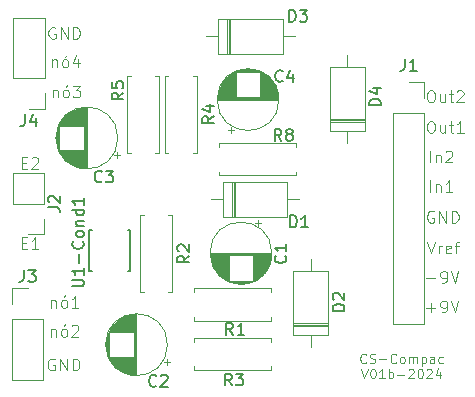
<source format=gto>
G04 #@! TF.GenerationSoftware,KiCad,Pcbnew,7.0.10-7.0.10~ubuntu20.04.1*
G04 #@! TF.CreationDate,2024-06-13T14:39:58-03:00*
G04 #@! TF.ProjectId,Condicionamento_compacto_V01b,436f6e64-6963-4696-9f6e-616d656e746f,rev?*
G04 #@! TF.SameCoordinates,Original*
G04 #@! TF.FileFunction,Legend,Top*
G04 #@! TF.FilePolarity,Positive*
%FSLAX46Y46*%
G04 Gerber Fmt 4.6, Leading zero omitted, Abs format (unit mm)*
G04 Created by KiCad (PCBNEW 7.0.10-7.0.10~ubuntu20.04.1) date 2024-06-13 14:39:58*
%MOMM*%
%LPD*%
G01*
G04 APERTURE LIST*
%ADD10C,0.100000*%
%ADD11C,0.150000*%
%ADD12C,0.120000*%
%ADD13C,0.152400*%
%ADD14R,1.700000X1.700000*%
%ADD15O,1.700000X1.700000*%
%ADD16R,1.600000X1.600000*%
%ADD17C,1.600000*%
%ADD18O,1.600000X1.600000*%
%ADD19R,0.431800X1.524000*%
%ADD20R,2.200000X2.200000*%
%ADD21O,2.200000X2.200000*%
G04 APERTURE END LIST*
D10*
X132377693Y-87070038D02*
X132282455Y-87022419D01*
X132282455Y-87022419D02*
X132139598Y-87022419D01*
X132139598Y-87022419D02*
X131996741Y-87070038D01*
X131996741Y-87070038D02*
X131901503Y-87165276D01*
X131901503Y-87165276D02*
X131853884Y-87260514D01*
X131853884Y-87260514D02*
X131806265Y-87450990D01*
X131806265Y-87450990D02*
X131806265Y-87593847D01*
X131806265Y-87593847D02*
X131853884Y-87784323D01*
X131853884Y-87784323D02*
X131901503Y-87879561D01*
X131901503Y-87879561D02*
X131996741Y-87974800D01*
X131996741Y-87974800D02*
X132139598Y-88022419D01*
X132139598Y-88022419D02*
X132234836Y-88022419D01*
X132234836Y-88022419D02*
X132377693Y-87974800D01*
X132377693Y-87974800D02*
X132425312Y-87927180D01*
X132425312Y-87927180D02*
X132425312Y-87593847D01*
X132425312Y-87593847D02*
X132234836Y-87593847D01*
X132853884Y-88022419D02*
X132853884Y-87022419D01*
X132853884Y-87022419D02*
X133425312Y-88022419D01*
X133425312Y-88022419D02*
X133425312Y-87022419D01*
X133901503Y-88022419D02*
X133901503Y-87022419D01*
X133901503Y-87022419D02*
X134139598Y-87022419D01*
X134139598Y-87022419D02*
X134282455Y-87070038D01*
X134282455Y-87070038D02*
X134377693Y-87165276D01*
X134377693Y-87165276D02*
X134425312Y-87260514D01*
X134425312Y-87260514D02*
X134472931Y-87450990D01*
X134472931Y-87450990D02*
X134472931Y-87593847D01*
X134472931Y-87593847D02*
X134425312Y-87784323D01*
X134425312Y-87784323D02*
X134377693Y-87879561D01*
X134377693Y-87879561D02*
X134282455Y-87974800D01*
X134282455Y-87974800D02*
X134139598Y-88022419D01*
X134139598Y-88022419D02*
X133901503Y-88022419D01*
X164427693Y-102620038D02*
X164332455Y-102572419D01*
X164332455Y-102572419D02*
X164189598Y-102572419D01*
X164189598Y-102572419D02*
X164046741Y-102620038D01*
X164046741Y-102620038D02*
X163951503Y-102715276D01*
X163951503Y-102715276D02*
X163903884Y-102810514D01*
X163903884Y-102810514D02*
X163856265Y-103000990D01*
X163856265Y-103000990D02*
X163856265Y-103143847D01*
X163856265Y-103143847D02*
X163903884Y-103334323D01*
X163903884Y-103334323D02*
X163951503Y-103429561D01*
X163951503Y-103429561D02*
X164046741Y-103524800D01*
X164046741Y-103524800D02*
X164189598Y-103572419D01*
X164189598Y-103572419D02*
X164284836Y-103572419D01*
X164284836Y-103572419D02*
X164427693Y-103524800D01*
X164427693Y-103524800D02*
X164475312Y-103477180D01*
X164475312Y-103477180D02*
X164475312Y-103143847D01*
X164475312Y-103143847D02*
X164284836Y-103143847D01*
X164903884Y-103572419D02*
X164903884Y-102572419D01*
X164903884Y-102572419D02*
X165475312Y-103572419D01*
X165475312Y-103572419D02*
X165475312Y-102572419D01*
X165951503Y-103572419D02*
X165951503Y-102572419D01*
X165951503Y-102572419D02*
X166189598Y-102572419D01*
X166189598Y-102572419D02*
X166332455Y-102620038D01*
X166332455Y-102620038D02*
X166427693Y-102715276D01*
X166427693Y-102715276D02*
X166475312Y-102810514D01*
X166475312Y-102810514D02*
X166522931Y-103000990D01*
X166522931Y-103000990D02*
X166522931Y-103143847D01*
X166522931Y-103143847D02*
X166475312Y-103334323D01*
X166475312Y-103334323D02*
X166427693Y-103429561D01*
X166427693Y-103429561D02*
X166332455Y-103524800D01*
X166332455Y-103524800D02*
X166189598Y-103572419D01*
X166189598Y-103572419D02*
X165951503Y-103572419D01*
X164094360Y-94972419D02*
X164284836Y-94972419D01*
X164284836Y-94972419D02*
X164380074Y-95020038D01*
X164380074Y-95020038D02*
X164475312Y-95115276D01*
X164475312Y-95115276D02*
X164522931Y-95305752D01*
X164522931Y-95305752D02*
X164522931Y-95639085D01*
X164522931Y-95639085D02*
X164475312Y-95829561D01*
X164475312Y-95829561D02*
X164380074Y-95924800D01*
X164380074Y-95924800D02*
X164284836Y-95972419D01*
X164284836Y-95972419D02*
X164094360Y-95972419D01*
X164094360Y-95972419D02*
X163999122Y-95924800D01*
X163999122Y-95924800D02*
X163903884Y-95829561D01*
X163903884Y-95829561D02*
X163856265Y-95639085D01*
X163856265Y-95639085D02*
X163856265Y-95305752D01*
X163856265Y-95305752D02*
X163903884Y-95115276D01*
X163903884Y-95115276D02*
X163999122Y-95020038D01*
X163999122Y-95020038D02*
X164094360Y-94972419D01*
X165380074Y-95305752D02*
X165380074Y-95972419D01*
X164951503Y-95305752D02*
X164951503Y-95829561D01*
X164951503Y-95829561D02*
X164999122Y-95924800D01*
X164999122Y-95924800D02*
X165094360Y-95972419D01*
X165094360Y-95972419D02*
X165237217Y-95972419D01*
X165237217Y-95972419D02*
X165332455Y-95924800D01*
X165332455Y-95924800D02*
X165380074Y-95877180D01*
X165713408Y-95305752D02*
X166094360Y-95305752D01*
X165856265Y-94972419D02*
X165856265Y-95829561D01*
X165856265Y-95829561D02*
X165903884Y-95924800D01*
X165903884Y-95924800D02*
X165999122Y-95972419D01*
X165999122Y-95972419D02*
X166094360Y-95972419D01*
X166951503Y-95972419D02*
X166380075Y-95972419D01*
X166665789Y-95972419D02*
X166665789Y-94972419D01*
X166665789Y-94972419D02*
X166570551Y-95115276D01*
X166570551Y-95115276D02*
X166475313Y-95210514D01*
X166475313Y-95210514D02*
X166380075Y-95258133D01*
X132003884Y-112555752D02*
X132003884Y-113222419D01*
X132003884Y-112650990D02*
X132051503Y-112603371D01*
X132051503Y-112603371D02*
X132146741Y-112555752D01*
X132146741Y-112555752D02*
X132289598Y-112555752D01*
X132289598Y-112555752D02*
X132384836Y-112603371D01*
X132384836Y-112603371D02*
X132432455Y-112698609D01*
X132432455Y-112698609D02*
X132432455Y-113222419D01*
X133051503Y-113222419D02*
X132956265Y-113174800D01*
X132956265Y-113174800D02*
X132908646Y-113127180D01*
X132908646Y-113127180D02*
X132861027Y-113031942D01*
X132861027Y-113031942D02*
X132861027Y-112746228D01*
X132861027Y-112746228D02*
X132908646Y-112650990D01*
X132908646Y-112650990D02*
X132956265Y-112603371D01*
X132956265Y-112603371D02*
X133051503Y-112555752D01*
X133051503Y-112555752D02*
X133194360Y-112555752D01*
X133194360Y-112555752D02*
X133289598Y-112603371D01*
X133289598Y-112603371D02*
X133337217Y-112650990D01*
X133337217Y-112650990D02*
X133384836Y-112746228D01*
X133384836Y-112746228D02*
X133384836Y-113031942D01*
X133384836Y-113031942D02*
X133337217Y-113127180D01*
X133337217Y-113127180D02*
X133289598Y-113174800D01*
X133289598Y-113174800D02*
X133194360Y-113222419D01*
X133194360Y-113222419D02*
X133051503Y-113222419D01*
X133241979Y-112174800D02*
X133099122Y-112317657D01*
X133765789Y-112317657D02*
X133813408Y-112270038D01*
X133813408Y-112270038D02*
X133908646Y-112222419D01*
X133908646Y-112222419D02*
X134146741Y-112222419D01*
X134146741Y-112222419D02*
X134241979Y-112270038D01*
X134241979Y-112270038D02*
X134289598Y-112317657D01*
X134289598Y-112317657D02*
X134337217Y-112412895D01*
X134337217Y-112412895D02*
X134337217Y-112508133D01*
X134337217Y-112508133D02*
X134289598Y-112650990D01*
X134289598Y-112650990D02*
X133718170Y-113222419D01*
X133718170Y-113222419D02*
X134337217Y-113222419D01*
X164103884Y-100972419D02*
X164103884Y-99972419D01*
X164580074Y-100305752D02*
X164580074Y-100972419D01*
X164580074Y-100400990D02*
X164627693Y-100353371D01*
X164627693Y-100353371D02*
X164722931Y-100305752D01*
X164722931Y-100305752D02*
X164865788Y-100305752D01*
X164865788Y-100305752D02*
X164961026Y-100353371D01*
X164961026Y-100353371D02*
X165008645Y-100448609D01*
X165008645Y-100448609D02*
X165008645Y-100972419D01*
X166008645Y-100972419D02*
X165437217Y-100972419D01*
X165722931Y-100972419D02*
X165722931Y-99972419D01*
X165722931Y-99972419D02*
X165627693Y-100115276D01*
X165627693Y-100115276D02*
X165532455Y-100210514D01*
X165532455Y-100210514D02*
X165437217Y-100258133D01*
X129528884Y-98498609D02*
X129862217Y-98498609D01*
X130005074Y-99022419D02*
X129528884Y-99022419D01*
X129528884Y-99022419D02*
X129528884Y-98022419D01*
X129528884Y-98022419D02*
X130005074Y-98022419D01*
X130386027Y-98117657D02*
X130433646Y-98070038D01*
X130433646Y-98070038D02*
X130528884Y-98022419D01*
X130528884Y-98022419D02*
X130766979Y-98022419D01*
X130766979Y-98022419D02*
X130862217Y-98070038D01*
X130862217Y-98070038D02*
X130909836Y-98117657D01*
X130909836Y-98117657D02*
X130957455Y-98212895D01*
X130957455Y-98212895D02*
X130957455Y-98308133D01*
X130957455Y-98308133D02*
X130909836Y-98450990D01*
X130909836Y-98450990D02*
X130338408Y-99022419D01*
X130338408Y-99022419D02*
X130957455Y-99022419D01*
X164103884Y-98472419D02*
X164103884Y-97472419D01*
X164580074Y-97805752D02*
X164580074Y-98472419D01*
X164580074Y-97900990D02*
X164627693Y-97853371D01*
X164627693Y-97853371D02*
X164722931Y-97805752D01*
X164722931Y-97805752D02*
X164865788Y-97805752D01*
X164865788Y-97805752D02*
X164961026Y-97853371D01*
X164961026Y-97853371D02*
X165008645Y-97948609D01*
X165008645Y-97948609D02*
X165008645Y-98472419D01*
X165437217Y-97567657D02*
X165484836Y-97520038D01*
X165484836Y-97520038D02*
X165580074Y-97472419D01*
X165580074Y-97472419D02*
X165818169Y-97472419D01*
X165818169Y-97472419D02*
X165913407Y-97520038D01*
X165913407Y-97520038D02*
X165961026Y-97567657D01*
X165961026Y-97567657D02*
X166008645Y-97662895D01*
X166008645Y-97662895D02*
X166008645Y-97758133D01*
X166008645Y-97758133D02*
X165961026Y-97900990D01*
X165961026Y-97900990D02*
X165389598Y-98472419D01*
X165389598Y-98472419D02*
X166008645Y-98472419D01*
X132103884Y-89755752D02*
X132103884Y-90422419D01*
X132103884Y-89850990D02*
X132151503Y-89803371D01*
X132151503Y-89803371D02*
X132246741Y-89755752D01*
X132246741Y-89755752D02*
X132389598Y-89755752D01*
X132389598Y-89755752D02*
X132484836Y-89803371D01*
X132484836Y-89803371D02*
X132532455Y-89898609D01*
X132532455Y-89898609D02*
X132532455Y-90422419D01*
X133151503Y-90422419D02*
X133056265Y-90374800D01*
X133056265Y-90374800D02*
X133008646Y-90327180D01*
X133008646Y-90327180D02*
X132961027Y-90231942D01*
X132961027Y-90231942D02*
X132961027Y-89946228D01*
X132961027Y-89946228D02*
X133008646Y-89850990D01*
X133008646Y-89850990D02*
X133056265Y-89803371D01*
X133056265Y-89803371D02*
X133151503Y-89755752D01*
X133151503Y-89755752D02*
X133294360Y-89755752D01*
X133294360Y-89755752D02*
X133389598Y-89803371D01*
X133389598Y-89803371D02*
X133437217Y-89850990D01*
X133437217Y-89850990D02*
X133484836Y-89946228D01*
X133484836Y-89946228D02*
X133484836Y-90231942D01*
X133484836Y-90231942D02*
X133437217Y-90327180D01*
X133437217Y-90327180D02*
X133389598Y-90374800D01*
X133389598Y-90374800D02*
X133294360Y-90422419D01*
X133294360Y-90422419D02*
X133151503Y-90422419D01*
X133341979Y-89374800D02*
X133199122Y-89517657D01*
X134341979Y-89755752D02*
X134341979Y-90422419D01*
X134103884Y-89374800D02*
X133865789Y-90089085D01*
X133865789Y-90089085D02*
X134484836Y-90089085D01*
X163803884Y-110791466D02*
X164565789Y-110791466D01*
X164184836Y-111172419D02*
X164184836Y-110410514D01*
X165089598Y-111172419D02*
X165280074Y-111172419D01*
X165280074Y-111172419D02*
X165375312Y-111124800D01*
X165375312Y-111124800D02*
X165422931Y-111077180D01*
X165422931Y-111077180D02*
X165518169Y-110934323D01*
X165518169Y-110934323D02*
X165565788Y-110743847D01*
X165565788Y-110743847D02*
X165565788Y-110362895D01*
X165565788Y-110362895D02*
X165518169Y-110267657D01*
X165518169Y-110267657D02*
X165470550Y-110220038D01*
X165470550Y-110220038D02*
X165375312Y-110172419D01*
X165375312Y-110172419D02*
X165184836Y-110172419D01*
X165184836Y-110172419D02*
X165089598Y-110220038D01*
X165089598Y-110220038D02*
X165041979Y-110267657D01*
X165041979Y-110267657D02*
X164994360Y-110362895D01*
X164994360Y-110362895D02*
X164994360Y-110600990D01*
X164994360Y-110600990D02*
X165041979Y-110696228D01*
X165041979Y-110696228D02*
X165089598Y-110743847D01*
X165089598Y-110743847D02*
X165184836Y-110791466D01*
X165184836Y-110791466D02*
X165375312Y-110791466D01*
X165375312Y-110791466D02*
X165470550Y-110743847D01*
X165470550Y-110743847D02*
X165518169Y-110696228D01*
X165518169Y-110696228D02*
X165565788Y-110600990D01*
X165851503Y-110172419D02*
X166184836Y-111172419D01*
X166184836Y-111172419D02*
X166518169Y-110172419D01*
X132153884Y-92305752D02*
X132153884Y-92972419D01*
X132153884Y-92400990D02*
X132201503Y-92353371D01*
X132201503Y-92353371D02*
X132296741Y-92305752D01*
X132296741Y-92305752D02*
X132439598Y-92305752D01*
X132439598Y-92305752D02*
X132534836Y-92353371D01*
X132534836Y-92353371D02*
X132582455Y-92448609D01*
X132582455Y-92448609D02*
X132582455Y-92972419D01*
X133201503Y-92972419D02*
X133106265Y-92924800D01*
X133106265Y-92924800D02*
X133058646Y-92877180D01*
X133058646Y-92877180D02*
X133011027Y-92781942D01*
X133011027Y-92781942D02*
X133011027Y-92496228D01*
X133011027Y-92496228D02*
X133058646Y-92400990D01*
X133058646Y-92400990D02*
X133106265Y-92353371D01*
X133106265Y-92353371D02*
X133201503Y-92305752D01*
X133201503Y-92305752D02*
X133344360Y-92305752D01*
X133344360Y-92305752D02*
X133439598Y-92353371D01*
X133439598Y-92353371D02*
X133487217Y-92400990D01*
X133487217Y-92400990D02*
X133534836Y-92496228D01*
X133534836Y-92496228D02*
X133534836Y-92781942D01*
X133534836Y-92781942D02*
X133487217Y-92877180D01*
X133487217Y-92877180D02*
X133439598Y-92924800D01*
X133439598Y-92924800D02*
X133344360Y-92972419D01*
X133344360Y-92972419D02*
X133201503Y-92972419D01*
X133391979Y-91924800D02*
X133249122Y-92067657D01*
X133868170Y-91972419D02*
X134487217Y-91972419D01*
X134487217Y-91972419D02*
X134153884Y-92353371D01*
X134153884Y-92353371D02*
X134296741Y-92353371D01*
X134296741Y-92353371D02*
X134391979Y-92400990D01*
X134391979Y-92400990D02*
X134439598Y-92448609D01*
X134439598Y-92448609D02*
X134487217Y-92543847D01*
X134487217Y-92543847D02*
X134487217Y-92781942D01*
X134487217Y-92781942D02*
X134439598Y-92877180D01*
X134439598Y-92877180D02*
X134391979Y-92924800D01*
X134391979Y-92924800D02*
X134296741Y-92972419D01*
X134296741Y-92972419D02*
X134011027Y-92972419D01*
X134011027Y-92972419D02*
X133915789Y-92924800D01*
X133915789Y-92924800D02*
X133868170Y-92877180D01*
X158709523Y-115382704D02*
X158671427Y-115420800D01*
X158671427Y-115420800D02*
X158557142Y-115458895D01*
X158557142Y-115458895D02*
X158480951Y-115458895D01*
X158480951Y-115458895D02*
X158366665Y-115420800D01*
X158366665Y-115420800D02*
X158290475Y-115344609D01*
X158290475Y-115344609D02*
X158252380Y-115268419D01*
X158252380Y-115268419D02*
X158214284Y-115116038D01*
X158214284Y-115116038D02*
X158214284Y-115001752D01*
X158214284Y-115001752D02*
X158252380Y-114849371D01*
X158252380Y-114849371D02*
X158290475Y-114773180D01*
X158290475Y-114773180D02*
X158366665Y-114696990D01*
X158366665Y-114696990D02*
X158480951Y-114658895D01*
X158480951Y-114658895D02*
X158557142Y-114658895D01*
X158557142Y-114658895D02*
X158671427Y-114696990D01*
X158671427Y-114696990D02*
X158709523Y-114735085D01*
X159014284Y-115420800D02*
X159128570Y-115458895D01*
X159128570Y-115458895D02*
X159319046Y-115458895D01*
X159319046Y-115458895D02*
X159395237Y-115420800D01*
X159395237Y-115420800D02*
X159433332Y-115382704D01*
X159433332Y-115382704D02*
X159471427Y-115306514D01*
X159471427Y-115306514D02*
X159471427Y-115230323D01*
X159471427Y-115230323D02*
X159433332Y-115154133D01*
X159433332Y-115154133D02*
X159395237Y-115116038D01*
X159395237Y-115116038D02*
X159319046Y-115077942D01*
X159319046Y-115077942D02*
X159166665Y-115039847D01*
X159166665Y-115039847D02*
X159090475Y-115001752D01*
X159090475Y-115001752D02*
X159052380Y-114963657D01*
X159052380Y-114963657D02*
X159014284Y-114887466D01*
X159014284Y-114887466D02*
X159014284Y-114811276D01*
X159014284Y-114811276D02*
X159052380Y-114735085D01*
X159052380Y-114735085D02*
X159090475Y-114696990D01*
X159090475Y-114696990D02*
X159166665Y-114658895D01*
X159166665Y-114658895D02*
X159357142Y-114658895D01*
X159357142Y-114658895D02*
X159471427Y-114696990D01*
X159814285Y-115154133D02*
X160423809Y-115154133D01*
X161261904Y-115382704D02*
X161223808Y-115420800D01*
X161223808Y-115420800D02*
X161109523Y-115458895D01*
X161109523Y-115458895D02*
X161033332Y-115458895D01*
X161033332Y-115458895D02*
X160919046Y-115420800D01*
X160919046Y-115420800D02*
X160842856Y-115344609D01*
X160842856Y-115344609D02*
X160804761Y-115268419D01*
X160804761Y-115268419D02*
X160766665Y-115116038D01*
X160766665Y-115116038D02*
X160766665Y-115001752D01*
X160766665Y-115001752D02*
X160804761Y-114849371D01*
X160804761Y-114849371D02*
X160842856Y-114773180D01*
X160842856Y-114773180D02*
X160919046Y-114696990D01*
X160919046Y-114696990D02*
X161033332Y-114658895D01*
X161033332Y-114658895D02*
X161109523Y-114658895D01*
X161109523Y-114658895D02*
X161223808Y-114696990D01*
X161223808Y-114696990D02*
X161261904Y-114735085D01*
X161719046Y-115458895D02*
X161642856Y-115420800D01*
X161642856Y-115420800D02*
X161604761Y-115382704D01*
X161604761Y-115382704D02*
X161566665Y-115306514D01*
X161566665Y-115306514D02*
X161566665Y-115077942D01*
X161566665Y-115077942D02*
X161604761Y-115001752D01*
X161604761Y-115001752D02*
X161642856Y-114963657D01*
X161642856Y-114963657D02*
X161719046Y-114925561D01*
X161719046Y-114925561D02*
X161833332Y-114925561D01*
X161833332Y-114925561D02*
X161909523Y-114963657D01*
X161909523Y-114963657D02*
X161947618Y-115001752D01*
X161947618Y-115001752D02*
X161985713Y-115077942D01*
X161985713Y-115077942D02*
X161985713Y-115306514D01*
X161985713Y-115306514D02*
X161947618Y-115382704D01*
X161947618Y-115382704D02*
X161909523Y-115420800D01*
X161909523Y-115420800D02*
X161833332Y-115458895D01*
X161833332Y-115458895D02*
X161719046Y-115458895D01*
X162328571Y-115458895D02*
X162328571Y-114925561D01*
X162328571Y-115001752D02*
X162366666Y-114963657D01*
X162366666Y-114963657D02*
X162442856Y-114925561D01*
X162442856Y-114925561D02*
X162557142Y-114925561D01*
X162557142Y-114925561D02*
X162633333Y-114963657D01*
X162633333Y-114963657D02*
X162671428Y-115039847D01*
X162671428Y-115039847D02*
X162671428Y-115458895D01*
X162671428Y-115039847D02*
X162709523Y-114963657D01*
X162709523Y-114963657D02*
X162785714Y-114925561D01*
X162785714Y-114925561D02*
X162899999Y-114925561D01*
X162899999Y-114925561D02*
X162976190Y-114963657D01*
X162976190Y-114963657D02*
X163014285Y-115039847D01*
X163014285Y-115039847D02*
X163014285Y-115458895D01*
X163395238Y-114925561D02*
X163395238Y-115725561D01*
X163395238Y-114963657D02*
X163471428Y-114925561D01*
X163471428Y-114925561D02*
X163623809Y-114925561D01*
X163623809Y-114925561D02*
X163700000Y-114963657D01*
X163700000Y-114963657D02*
X163738095Y-115001752D01*
X163738095Y-115001752D02*
X163776190Y-115077942D01*
X163776190Y-115077942D02*
X163776190Y-115306514D01*
X163776190Y-115306514D02*
X163738095Y-115382704D01*
X163738095Y-115382704D02*
X163700000Y-115420800D01*
X163700000Y-115420800D02*
X163623809Y-115458895D01*
X163623809Y-115458895D02*
X163471428Y-115458895D01*
X163471428Y-115458895D02*
X163395238Y-115420800D01*
X164461905Y-115458895D02*
X164461905Y-115039847D01*
X164461905Y-115039847D02*
X164423810Y-114963657D01*
X164423810Y-114963657D02*
X164347619Y-114925561D01*
X164347619Y-114925561D02*
X164195238Y-114925561D01*
X164195238Y-114925561D02*
X164119048Y-114963657D01*
X164461905Y-115420800D02*
X164385714Y-115458895D01*
X164385714Y-115458895D02*
X164195238Y-115458895D01*
X164195238Y-115458895D02*
X164119048Y-115420800D01*
X164119048Y-115420800D02*
X164080952Y-115344609D01*
X164080952Y-115344609D02*
X164080952Y-115268419D01*
X164080952Y-115268419D02*
X164119048Y-115192228D01*
X164119048Y-115192228D02*
X164195238Y-115154133D01*
X164195238Y-115154133D02*
X164385714Y-115154133D01*
X164385714Y-115154133D02*
X164461905Y-115116038D01*
X165185715Y-115420800D02*
X165109524Y-115458895D01*
X165109524Y-115458895D02*
X164957143Y-115458895D01*
X164957143Y-115458895D02*
X164880953Y-115420800D01*
X164880953Y-115420800D02*
X164842858Y-115382704D01*
X164842858Y-115382704D02*
X164804762Y-115306514D01*
X164804762Y-115306514D02*
X164804762Y-115077942D01*
X164804762Y-115077942D02*
X164842858Y-115001752D01*
X164842858Y-115001752D02*
X164880953Y-114963657D01*
X164880953Y-114963657D02*
X164957143Y-114925561D01*
X164957143Y-114925561D02*
X165109524Y-114925561D01*
X165109524Y-114925561D02*
X165185715Y-114963657D01*
X158290475Y-115946895D02*
X158557142Y-116746895D01*
X158557142Y-116746895D02*
X158823808Y-115946895D01*
X159242856Y-115946895D02*
X159319046Y-115946895D01*
X159319046Y-115946895D02*
X159395237Y-115984990D01*
X159395237Y-115984990D02*
X159433332Y-116023085D01*
X159433332Y-116023085D02*
X159471427Y-116099276D01*
X159471427Y-116099276D02*
X159509522Y-116251657D01*
X159509522Y-116251657D02*
X159509522Y-116442133D01*
X159509522Y-116442133D02*
X159471427Y-116594514D01*
X159471427Y-116594514D02*
X159433332Y-116670704D01*
X159433332Y-116670704D02*
X159395237Y-116708800D01*
X159395237Y-116708800D02*
X159319046Y-116746895D01*
X159319046Y-116746895D02*
X159242856Y-116746895D01*
X159242856Y-116746895D02*
X159166665Y-116708800D01*
X159166665Y-116708800D02*
X159128570Y-116670704D01*
X159128570Y-116670704D02*
X159090475Y-116594514D01*
X159090475Y-116594514D02*
X159052379Y-116442133D01*
X159052379Y-116442133D02*
X159052379Y-116251657D01*
X159052379Y-116251657D02*
X159090475Y-116099276D01*
X159090475Y-116099276D02*
X159128570Y-116023085D01*
X159128570Y-116023085D02*
X159166665Y-115984990D01*
X159166665Y-115984990D02*
X159242856Y-115946895D01*
X160271427Y-116746895D02*
X159814284Y-116746895D01*
X160042856Y-116746895D02*
X160042856Y-115946895D01*
X160042856Y-115946895D02*
X159966665Y-116061180D01*
X159966665Y-116061180D02*
X159890475Y-116137371D01*
X159890475Y-116137371D02*
X159814284Y-116175466D01*
X160614285Y-116746895D02*
X160614285Y-115946895D01*
X160614285Y-116251657D02*
X160690475Y-116213561D01*
X160690475Y-116213561D02*
X160842856Y-116213561D01*
X160842856Y-116213561D02*
X160919047Y-116251657D01*
X160919047Y-116251657D02*
X160957142Y-116289752D01*
X160957142Y-116289752D02*
X160995237Y-116365942D01*
X160995237Y-116365942D02*
X160995237Y-116594514D01*
X160995237Y-116594514D02*
X160957142Y-116670704D01*
X160957142Y-116670704D02*
X160919047Y-116708800D01*
X160919047Y-116708800D02*
X160842856Y-116746895D01*
X160842856Y-116746895D02*
X160690475Y-116746895D01*
X160690475Y-116746895D02*
X160614285Y-116708800D01*
X161338095Y-116442133D02*
X161947619Y-116442133D01*
X162290475Y-116023085D02*
X162328571Y-115984990D01*
X162328571Y-115984990D02*
X162404761Y-115946895D01*
X162404761Y-115946895D02*
X162595237Y-115946895D01*
X162595237Y-115946895D02*
X162671428Y-115984990D01*
X162671428Y-115984990D02*
X162709523Y-116023085D01*
X162709523Y-116023085D02*
X162747618Y-116099276D01*
X162747618Y-116099276D02*
X162747618Y-116175466D01*
X162747618Y-116175466D02*
X162709523Y-116289752D01*
X162709523Y-116289752D02*
X162252380Y-116746895D01*
X162252380Y-116746895D02*
X162747618Y-116746895D01*
X163242857Y-115946895D02*
X163319047Y-115946895D01*
X163319047Y-115946895D02*
X163395238Y-115984990D01*
X163395238Y-115984990D02*
X163433333Y-116023085D01*
X163433333Y-116023085D02*
X163471428Y-116099276D01*
X163471428Y-116099276D02*
X163509523Y-116251657D01*
X163509523Y-116251657D02*
X163509523Y-116442133D01*
X163509523Y-116442133D02*
X163471428Y-116594514D01*
X163471428Y-116594514D02*
X163433333Y-116670704D01*
X163433333Y-116670704D02*
X163395238Y-116708800D01*
X163395238Y-116708800D02*
X163319047Y-116746895D01*
X163319047Y-116746895D02*
X163242857Y-116746895D01*
X163242857Y-116746895D02*
X163166666Y-116708800D01*
X163166666Y-116708800D02*
X163128571Y-116670704D01*
X163128571Y-116670704D02*
X163090476Y-116594514D01*
X163090476Y-116594514D02*
X163052380Y-116442133D01*
X163052380Y-116442133D02*
X163052380Y-116251657D01*
X163052380Y-116251657D02*
X163090476Y-116099276D01*
X163090476Y-116099276D02*
X163128571Y-116023085D01*
X163128571Y-116023085D02*
X163166666Y-115984990D01*
X163166666Y-115984990D02*
X163242857Y-115946895D01*
X163814285Y-116023085D02*
X163852381Y-115984990D01*
X163852381Y-115984990D02*
X163928571Y-115946895D01*
X163928571Y-115946895D02*
X164119047Y-115946895D01*
X164119047Y-115946895D02*
X164195238Y-115984990D01*
X164195238Y-115984990D02*
X164233333Y-116023085D01*
X164233333Y-116023085D02*
X164271428Y-116099276D01*
X164271428Y-116099276D02*
X164271428Y-116175466D01*
X164271428Y-116175466D02*
X164233333Y-116289752D01*
X164233333Y-116289752D02*
X163776190Y-116746895D01*
X163776190Y-116746895D02*
X164271428Y-116746895D01*
X164957143Y-116213561D02*
X164957143Y-116746895D01*
X164766667Y-115908800D02*
X164576190Y-116480228D01*
X164576190Y-116480228D02*
X165071429Y-116480228D01*
X163861027Y-105172419D02*
X164194360Y-106172419D01*
X164194360Y-106172419D02*
X164527693Y-105172419D01*
X164861027Y-106172419D02*
X164861027Y-105505752D01*
X164861027Y-105696228D02*
X164908646Y-105600990D01*
X164908646Y-105600990D02*
X164956265Y-105553371D01*
X164956265Y-105553371D02*
X165051503Y-105505752D01*
X165051503Y-105505752D02*
X165146741Y-105505752D01*
X165861027Y-106124800D02*
X165765789Y-106172419D01*
X165765789Y-106172419D02*
X165575313Y-106172419D01*
X165575313Y-106172419D02*
X165480075Y-106124800D01*
X165480075Y-106124800D02*
X165432456Y-106029561D01*
X165432456Y-106029561D02*
X165432456Y-105648609D01*
X165432456Y-105648609D02*
X165480075Y-105553371D01*
X165480075Y-105553371D02*
X165575313Y-105505752D01*
X165575313Y-105505752D02*
X165765789Y-105505752D01*
X165765789Y-105505752D02*
X165861027Y-105553371D01*
X165861027Y-105553371D02*
X165908646Y-105648609D01*
X165908646Y-105648609D02*
X165908646Y-105743847D01*
X165908646Y-105743847D02*
X165432456Y-105839085D01*
X166194361Y-105505752D02*
X166575313Y-105505752D01*
X166337218Y-106172419D02*
X166337218Y-105315276D01*
X166337218Y-105315276D02*
X166384837Y-105220038D01*
X166384837Y-105220038D02*
X166480075Y-105172419D01*
X166480075Y-105172419D02*
X166575313Y-105172419D01*
X129528884Y-105298609D02*
X129862217Y-105298609D01*
X130005074Y-105822419D02*
X129528884Y-105822419D01*
X129528884Y-105822419D02*
X129528884Y-104822419D01*
X129528884Y-104822419D02*
X130005074Y-104822419D01*
X130957455Y-105822419D02*
X130386027Y-105822419D01*
X130671741Y-105822419D02*
X130671741Y-104822419D01*
X130671741Y-104822419D02*
X130576503Y-104965276D01*
X130576503Y-104965276D02*
X130481265Y-105060514D01*
X130481265Y-105060514D02*
X130386027Y-105108133D01*
X164094360Y-92372419D02*
X164284836Y-92372419D01*
X164284836Y-92372419D02*
X164380074Y-92420038D01*
X164380074Y-92420038D02*
X164475312Y-92515276D01*
X164475312Y-92515276D02*
X164522931Y-92705752D01*
X164522931Y-92705752D02*
X164522931Y-93039085D01*
X164522931Y-93039085D02*
X164475312Y-93229561D01*
X164475312Y-93229561D02*
X164380074Y-93324800D01*
X164380074Y-93324800D02*
X164284836Y-93372419D01*
X164284836Y-93372419D02*
X164094360Y-93372419D01*
X164094360Y-93372419D02*
X163999122Y-93324800D01*
X163999122Y-93324800D02*
X163903884Y-93229561D01*
X163903884Y-93229561D02*
X163856265Y-93039085D01*
X163856265Y-93039085D02*
X163856265Y-92705752D01*
X163856265Y-92705752D02*
X163903884Y-92515276D01*
X163903884Y-92515276D02*
X163999122Y-92420038D01*
X163999122Y-92420038D02*
X164094360Y-92372419D01*
X165380074Y-92705752D02*
X165380074Y-93372419D01*
X164951503Y-92705752D02*
X164951503Y-93229561D01*
X164951503Y-93229561D02*
X164999122Y-93324800D01*
X164999122Y-93324800D02*
X165094360Y-93372419D01*
X165094360Y-93372419D02*
X165237217Y-93372419D01*
X165237217Y-93372419D02*
X165332455Y-93324800D01*
X165332455Y-93324800D02*
X165380074Y-93277180D01*
X165713408Y-92705752D02*
X166094360Y-92705752D01*
X165856265Y-92372419D02*
X165856265Y-93229561D01*
X165856265Y-93229561D02*
X165903884Y-93324800D01*
X165903884Y-93324800D02*
X165999122Y-93372419D01*
X165999122Y-93372419D02*
X166094360Y-93372419D01*
X166380075Y-92467657D02*
X166427694Y-92420038D01*
X166427694Y-92420038D02*
X166522932Y-92372419D01*
X166522932Y-92372419D02*
X166761027Y-92372419D01*
X166761027Y-92372419D02*
X166856265Y-92420038D01*
X166856265Y-92420038D02*
X166903884Y-92467657D01*
X166903884Y-92467657D02*
X166951503Y-92562895D01*
X166951503Y-92562895D02*
X166951503Y-92658133D01*
X166951503Y-92658133D02*
X166903884Y-92800990D01*
X166903884Y-92800990D02*
X166332456Y-93372419D01*
X166332456Y-93372419D02*
X166951503Y-93372419D01*
X132003884Y-110105752D02*
X132003884Y-110772419D01*
X132003884Y-110200990D02*
X132051503Y-110153371D01*
X132051503Y-110153371D02*
X132146741Y-110105752D01*
X132146741Y-110105752D02*
X132289598Y-110105752D01*
X132289598Y-110105752D02*
X132384836Y-110153371D01*
X132384836Y-110153371D02*
X132432455Y-110248609D01*
X132432455Y-110248609D02*
X132432455Y-110772419D01*
X133051503Y-110772419D02*
X132956265Y-110724800D01*
X132956265Y-110724800D02*
X132908646Y-110677180D01*
X132908646Y-110677180D02*
X132861027Y-110581942D01*
X132861027Y-110581942D02*
X132861027Y-110296228D01*
X132861027Y-110296228D02*
X132908646Y-110200990D01*
X132908646Y-110200990D02*
X132956265Y-110153371D01*
X132956265Y-110153371D02*
X133051503Y-110105752D01*
X133051503Y-110105752D02*
X133194360Y-110105752D01*
X133194360Y-110105752D02*
X133289598Y-110153371D01*
X133289598Y-110153371D02*
X133337217Y-110200990D01*
X133337217Y-110200990D02*
X133384836Y-110296228D01*
X133384836Y-110296228D02*
X133384836Y-110581942D01*
X133384836Y-110581942D02*
X133337217Y-110677180D01*
X133337217Y-110677180D02*
X133289598Y-110724800D01*
X133289598Y-110724800D02*
X133194360Y-110772419D01*
X133194360Y-110772419D02*
X133051503Y-110772419D01*
X133241979Y-109724800D02*
X133099122Y-109867657D01*
X134337217Y-110772419D02*
X133765789Y-110772419D01*
X134051503Y-110772419D02*
X134051503Y-109772419D01*
X134051503Y-109772419D02*
X133956265Y-109915276D01*
X133956265Y-109915276D02*
X133861027Y-110010514D01*
X133861027Y-110010514D02*
X133765789Y-110058133D01*
X132327693Y-115120038D02*
X132232455Y-115072419D01*
X132232455Y-115072419D02*
X132089598Y-115072419D01*
X132089598Y-115072419D02*
X131946741Y-115120038D01*
X131946741Y-115120038D02*
X131851503Y-115215276D01*
X131851503Y-115215276D02*
X131803884Y-115310514D01*
X131803884Y-115310514D02*
X131756265Y-115500990D01*
X131756265Y-115500990D02*
X131756265Y-115643847D01*
X131756265Y-115643847D02*
X131803884Y-115834323D01*
X131803884Y-115834323D02*
X131851503Y-115929561D01*
X131851503Y-115929561D02*
X131946741Y-116024800D01*
X131946741Y-116024800D02*
X132089598Y-116072419D01*
X132089598Y-116072419D02*
X132184836Y-116072419D01*
X132184836Y-116072419D02*
X132327693Y-116024800D01*
X132327693Y-116024800D02*
X132375312Y-115977180D01*
X132375312Y-115977180D02*
X132375312Y-115643847D01*
X132375312Y-115643847D02*
X132184836Y-115643847D01*
X132803884Y-116072419D02*
X132803884Y-115072419D01*
X132803884Y-115072419D02*
X133375312Y-116072419D01*
X133375312Y-116072419D02*
X133375312Y-115072419D01*
X133851503Y-116072419D02*
X133851503Y-115072419D01*
X133851503Y-115072419D02*
X134089598Y-115072419D01*
X134089598Y-115072419D02*
X134232455Y-115120038D01*
X134232455Y-115120038D02*
X134327693Y-115215276D01*
X134327693Y-115215276D02*
X134375312Y-115310514D01*
X134375312Y-115310514D02*
X134422931Y-115500990D01*
X134422931Y-115500990D02*
X134422931Y-115643847D01*
X134422931Y-115643847D02*
X134375312Y-115834323D01*
X134375312Y-115834323D02*
X134327693Y-115929561D01*
X134327693Y-115929561D02*
X134232455Y-116024800D01*
X134232455Y-116024800D02*
X134089598Y-116072419D01*
X134089598Y-116072419D02*
X133851503Y-116072419D01*
X163803884Y-108291466D02*
X164565789Y-108291466D01*
X165089598Y-108672419D02*
X165280074Y-108672419D01*
X165280074Y-108672419D02*
X165375312Y-108624800D01*
X165375312Y-108624800D02*
X165422931Y-108577180D01*
X165422931Y-108577180D02*
X165518169Y-108434323D01*
X165518169Y-108434323D02*
X165565788Y-108243847D01*
X165565788Y-108243847D02*
X165565788Y-107862895D01*
X165565788Y-107862895D02*
X165518169Y-107767657D01*
X165518169Y-107767657D02*
X165470550Y-107720038D01*
X165470550Y-107720038D02*
X165375312Y-107672419D01*
X165375312Y-107672419D02*
X165184836Y-107672419D01*
X165184836Y-107672419D02*
X165089598Y-107720038D01*
X165089598Y-107720038D02*
X165041979Y-107767657D01*
X165041979Y-107767657D02*
X164994360Y-107862895D01*
X164994360Y-107862895D02*
X164994360Y-108100990D01*
X164994360Y-108100990D02*
X165041979Y-108196228D01*
X165041979Y-108196228D02*
X165089598Y-108243847D01*
X165089598Y-108243847D02*
X165184836Y-108291466D01*
X165184836Y-108291466D02*
X165375312Y-108291466D01*
X165375312Y-108291466D02*
X165470550Y-108243847D01*
X165470550Y-108243847D02*
X165518169Y-108196228D01*
X165518169Y-108196228D02*
X165565788Y-108100990D01*
X165851503Y-107672419D02*
X166184836Y-108672419D01*
X166184836Y-108672419D02*
X166518169Y-107672419D01*
D11*
X131779819Y-102283333D02*
X132494104Y-102283333D01*
X132494104Y-102283333D02*
X132636961Y-102330952D01*
X132636961Y-102330952D02*
X132732200Y-102426190D01*
X132732200Y-102426190D02*
X132779819Y-102569047D01*
X132779819Y-102569047D02*
X132779819Y-102664285D01*
X131875057Y-101854761D02*
X131827438Y-101807142D01*
X131827438Y-101807142D02*
X131779819Y-101711904D01*
X131779819Y-101711904D02*
X131779819Y-101473809D01*
X131779819Y-101473809D02*
X131827438Y-101378571D01*
X131827438Y-101378571D02*
X131875057Y-101330952D01*
X131875057Y-101330952D02*
X131970295Y-101283333D01*
X131970295Y-101283333D02*
X132065533Y-101283333D01*
X132065533Y-101283333D02*
X132208390Y-101330952D01*
X132208390Y-101330952D02*
X132779819Y-101902380D01*
X132779819Y-101902380D02*
X132779819Y-101283333D01*
X136328220Y-100059580D02*
X136280601Y-100107200D01*
X136280601Y-100107200D02*
X136137744Y-100154819D01*
X136137744Y-100154819D02*
X136042506Y-100154819D01*
X136042506Y-100154819D02*
X135899649Y-100107200D01*
X135899649Y-100107200D02*
X135804411Y-100011961D01*
X135804411Y-100011961D02*
X135756792Y-99916723D01*
X135756792Y-99916723D02*
X135709173Y-99726247D01*
X135709173Y-99726247D02*
X135709173Y-99583390D01*
X135709173Y-99583390D02*
X135756792Y-99392914D01*
X135756792Y-99392914D02*
X135804411Y-99297676D01*
X135804411Y-99297676D02*
X135899649Y-99202438D01*
X135899649Y-99202438D02*
X136042506Y-99154819D01*
X136042506Y-99154819D02*
X136137744Y-99154819D01*
X136137744Y-99154819D02*
X136280601Y-99202438D01*
X136280601Y-99202438D02*
X136328220Y-99250057D01*
X136661554Y-99154819D02*
X137280601Y-99154819D01*
X137280601Y-99154819D02*
X136947268Y-99535771D01*
X136947268Y-99535771D02*
X137090125Y-99535771D01*
X137090125Y-99535771D02*
X137185363Y-99583390D01*
X137185363Y-99583390D02*
X137232982Y-99631009D01*
X137232982Y-99631009D02*
X137280601Y-99726247D01*
X137280601Y-99726247D02*
X137280601Y-99964342D01*
X137280601Y-99964342D02*
X137232982Y-100059580D01*
X137232982Y-100059580D02*
X137185363Y-100107200D01*
X137185363Y-100107200D02*
X137090125Y-100154819D01*
X137090125Y-100154819D02*
X136804411Y-100154819D01*
X136804411Y-100154819D02*
X136709173Y-100107200D01*
X136709173Y-100107200D02*
X136661554Y-100059580D01*
X138154819Y-92566666D02*
X137678628Y-92899999D01*
X138154819Y-93138094D02*
X137154819Y-93138094D01*
X137154819Y-93138094D02*
X137154819Y-92757142D01*
X137154819Y-92757142D02*
X137202438Y-92661904D01*
X137202438Y-92661904D02*
X137250057Y-92614285D01*
X137250057Y-92614285D02*
X137345295Y-92566666D01*
X137345295Y-92566666D02*
X137488152Y-92566666D01*
X137488152Y-92566666D02*
X137583390Y-92614285D01*
X137583390Y-92614285D02*
X137631009Y-92661904D01*
X137631009Y-92661904D02*
X137678628Y-92757142D01*
X137678628Y-92757142D02*
X137678628Y-93138094D01*
X137154819Y-91661904D02*
X137154819Y-92138094D01*
X137154819Y-92138094D02*
X137631009Y-92185713D01*
X137631009Y-92185713D02*
X137583390Y-92138094D01*
X137583390Y-92138094D02*
X137535771Y-92042856D01*
X137535771Y-92042856D02*
X137535771Y-91804761D01*
X137535771Y-91804761D02*
X137583390Y-91709523D01*
X137583390Y-91709523D02*
X137631009Y-91661904D01*
X137631009Y-91661904D02*
X137726247Y-91614285D01*
X137726247Y-91614285D02*
X137964342Y-91614285D01*
X137964342Y-91614285D02*
X138059580Y-91661904D01*
X138059580Y-91661904D02*
X138107200Y-91709523D01*
X138107200Y-91709523D02*
X138154819Y-91804761D01*
X138154819Y-91804761D02*
X138154819Y-92042856D01*
X138154819Y-92042856D02*
X138107200Y-92138094D01*
X138107200Y-92138094D02*
X138059580Y-92185713D01*
X129716666Y-107574819D02*
X129716666Y-108289104D01*
X129716666Y-108289104D02*
X129669047Y-108431961D01*
X129669047Y-108431961D02*
X129573809Y-108527200D01*
X129573809Y-108527200D02*
X129430952Y-108574819D01*
X129430952Y-108574819D02*
X129335714Y-108574819D01*
X130097619Y-107574819D02*
X130716666Y-107574819D01*
X130716666Y-107574819D02*
X130383333Y-107955771D01*
X130383333Y-107955771D02*
X130526190Y-107955771D01*
X130526190Y-107955771D02*
X130621428Y-108003390D01*
X130621428Y-108003390D02*
X130669047Y-108051009D01*
X130669047Y-108051009D02*
X130716666Y-108146247D01*
X130716666Y-108146247D02*
X130716666Y-108384342D01*
X130716666Y-108384342D02*
X130669047Y-108479580D01*
X130669047Y-108479580D02*
X130621428Y-108527200D01*
X130621428Y-108527200D02*
X130526190Y-108574819D01*
X130526190Y-108574819D02*
X130240476Y-108574819D01*
X130240476Y-108574819D02*
X130145238Y-108527200D01*
X130145238Y-108527200D02*
X130097619Y-108479580D01*
X147433333Y-113054819D02*
X147100000Y-112578628D01*
X146861905Y-113054819D02*
X146861905Y-112054819D01*
X146861905Y-112054819D02*
X147242857Y-112054819D01*
X147242857Y-112054819D02*
X147338095Y-112102438D01*
X147338095Y-112102438D02*
X147385714Y-112150057D01*
X147385714Y-112150057D02*
X147433333Y-112245295D01*
X147433333Y-112245295D02*
X147433333Y-112388152D01*
X147433333Y-112388152D02*
X147385714Y-112483390D01*
X147385714Y-112483390D02*
X147338095Y-112531009D01*
X147338095Y-112531009D02*
X147242857Y-112578628D01*
X147242857Y-112578628D02*
X146861905Y-112578628D01*
X148385714Y-113054819D02*
X147814286Y-113054819D01*
X148100000Y-113054819D02*
X148100000Y-112054819D01*
X148100000Y-112054819D02*
X148004762Y-112197676D01*
X148004762Y-112197676D02*
X147909524Y-112292914D01*
X147909524Y-112292914D02*
X147814286Y-112340533D01*
X129816666Y-94409819D02*
X129816666Y-95124104D01*
X129816666Y-95124104D02*
X129769047Y-95266961D01*
X129769047Y-95266961D02*
X129673809Y-95362200D01*
X129673809Y-95362200D02*
X129530952Y-95409819D01*
X129530952Y-95409819D02*
X129435714Y-95409819D01*
X130721428Y-94743152D02*
X130721428Y-95409819D01*
X130483333Y-94362200D02*
X130245238Y-95076485D01*
X130245238Y-95076485D02*
X130864285Y-95076485D01*
X133804819Y-108964285D02*
X134614342Y-108964285D01*
X134614342Y-108964285D02*
X134709580Y-108916666D01*
X134709580Y-108916666D02*
X134757200Y-108869047D01*
X134757200Y-108869047D02*
X134804819Y-108773809D01*
X134804819Y-108773809D02*
X134804819Y-108583333D01*
X134804819Y-108583333D02*
X134757200Y-108488095D01*
X134757200Y-108488095D02*
X134709580Y-108440476D01*
X134709580Y-108440476D02*
X134614342Y-108392857D01*
X134614342Y-108392857D02*
X133804819Y-108392857D01*
X134804819Y-107392857D02*
X134804819Y-107964285D01*
X134804819Y-107678571D02*
X133804819Y-107678571D01*
X133804819Y-107678571D02*
X133947676Y-107773809D01*
X133947676Y-107773809D02*
X134042914Y-107869047D01*
X134042914Y-107869047D02*
X134090533Y-107964285D01*
X134423866Y-106964285D02*
X134423866Y-106202381D01*
X134709580Y-105154762D02*
X134757200Y-105202381D01*
X134757200Y-105202381D02*
X134804819Y-105345238D01*
X134804819Y-105345238D02*
X134804819Y-105440476D01*
X134804819Y-105440476D02*
X134757200Y-105583333D01*
X134757200Y-105583333D02*
X134661961Y-105678571D01*
X134661961Y-105678571D02*
X134566723Y-105726190D01*
X134566723Y-105726190D02*
X134376247Y-105773809D01*
X134376247Y-105773809D02*
X134233390Y-105773809D01*
X134233390Y-105773809D02*
X134042914Y-105726190D01*
X134042914Y-105726190D02*
X133947676Y-105678571D01*
X133947676Y-105678571D02*
X133852438Y-105583333D01*
X133852438Y-105583333D02*
X133804819Y-105440476D01*
X133804819Y-105440476D02*
X133804819Y-105345238D01*
X133804819Y-105345238D02*
X133852438Y-105202381D01*
X133852438Y-105202381D02*
X133900057Y-105154762D01*
X134804819Y-104583333D02*
X134757200Y-104678571D01*
X134757200Y-104678571D02*
X134709580Y-104726190D01*
X134709580Y-104726190D02*
X134614342Y-104773809D01*
X134614342Y-104773809D02*
X134328628Y-104773809D01*
X134328628Y-104773809D02*
X134233390Y-104726190D01*
X134233390Y-104726190D02*
X134185771Y-104678571D01*
X134185771Y-104678571D02*
X134138152Y-104583333D01*
X134138152Y-104583333D02*
X134138152Y-104440476D01*
X134138152Y-104440476D02*
X134185771Y-104345238D01*
X134185771Y-104345238D02*
X134233390Y-104297619D01*
X134233390Y-104297619D02*
X134328628Y-104250000D01*
X134328628Y-104250000D02*
X134614342Y-104250000D01*
X134614342Y-104250000D02*
X134709580Y-104297619D01*
X134709580Y-104297619D02*
X134757200Y-104345238D01*
X134757200Y-104345238D02*
X134804819Y-104440476D01*
X134804819Y-104440476D02*
X134804819Y-104583333D01*
X134138152Y-103821428D02*
X134804819Y-103821428D01*
X134233390Y-103821428D02*
X134185771Y-103773809D01*
X134185771Y-103773809D02*
X134138152Y-103678571D01*
X134138152Y-103678571D02*
X134138152Y-103535714D01*
X134138152Y-103535714D02*
X134185771Y-103440476D01*
X134185771Y-103440476D02*
X134281009Y-103392857D01*
X134281009Y-103392857D02*
X134804819Y-103392857D01*
X134804819Y-102488095D02*
X133804819Y-102488095D01*
X134757200Y-102488095D02*
X134804819Y-102583333D01*
X134804819Y-102583333D02*
X134804819Y-102773809D01*
X134804819Y-102773809D02*
X134757200Y-102869047D01*
X134757200Y-102869047D02*
X134709580Y-102916666D01*
X134709580Y-102916666D02*
X134614342Y-102964285D01*
X134614342Y-102964285D02*
X134328628Y-102964285D01*
X134328628Y-102964285D02*
X134233390Y-102916666D01*
X134233390Y-102916666D02*
X134185771Y-102869047D01*
X134185771Y-102869047D02*
X134138152Y-102773809D01*
X134138152Y-102773809D02*
X134138152Y-102583333D01*
X134138152Y-102583333D02*
X134185771Y-102488095D01*
X134804819Y-101488095D02*
X134804819Y-102059523D01*
X134804819Y-101773809D02*
X133804819Y-101773809D01*
X133804819Y-101773809D02*
X133947676Y-101869047D01*
X133947676Y-101869047D02*
X134042914Y-101964285D01*
X134042914Y-101964285D02*
X134090533Y-102059523D01*
X156854819Y-111038094D02*
X155854819Y-111038094D01*
X155854819Y-111038094D02*
X155854819Y-110799999D01*
X155854819Y-110799999D02*
X155902438Y-110657142D01*
X155902438Y-110657142D02*
X155997676Y-110561904D01*
X155997676Y-110561904D02*
X156092914Y-110514285D01*
X156092914Y-110514285D02*
X156283390Y-110466666D01*
X156283390Y-110466666D02*
X156426247Y-110466666D01*
X156426247Y-110466666D02*
X156616723Y-110514285D01*
X156616723Y-110514285D02*
X156711961Y-110561904D01*
X156711961Y-110561904D02*
X156807200Y-110657142D01*
X156807200Y-110657142D02*
X156854819Y-110799999D01*
X156854819Y-110799999D02*
X156854819Y-111038094D01*
X155950057Y-110085713D02*
X155902438Y-110038094D01*
X155902438Y-110038094D02*
X155854819Y-109942856D01*
X155854819Y-109942856D02*
X155854819Y-109704761D01*
X155854819Y-109704761D02*
X155902438Y-109609523D01*
X155902438Y-109609523D02*
X155950057Y-109561904D01*
X155950057Y-109561904D02*
X156045295Y-109514285D01*
X156045295Y-109514285D02*
X156140533Y-109514285D01*
X156140533Y-109514285D02*
X156283390Y-109561904D01*
X156283390Y-109561904D02*
X156854819Y-110133332D01*
X156854819Y-110133332D02*
X156854819Y-109514285D01*
X151633333Y-91559580D02*
X151585714Y-91607200D01*
X151585714Y-91607200D02*
X151442857Y-91654819D01*
X151442857Y-91654819D02*
X151347619Y-91654819D01*
X151347619Y-91654819D02*
X151204762Y-91607200D01*
X151204762Y-91607200D02*
X151109524Y-91511961D01*
X151109524Y-91511961D02*
X151061905Y-91416723D01*
X151061905Y-91416723D02*
X151014286Y-91226247D01*
X151014286Y-91226247D02*
X151014286Y-91083390D01*
X151014286Y-91083390D02*
X151061905Y-90892914D01*
X151061905Y-90892914D02*
X151109524Y-90797676D01*
X151109524Y-90797676D02*
X151204762Y-90702438D01*
X151204762Y-90702438D02*
X151347619Y-90654819D01*
X151347619Y-90654819D02*
X151442857Y-90654819D01*
X151442857Y-90654819D02*
X151585714Y-90702438D01*
X151585714Y-90702438D02*
X151633333Y-90750057D01*
X152490476Y-90988152D02*
X152490476Y-91654819D01*
X152252381Y-90607200D02*
X152014286Y-91321485D01*
X152014286Y-91321485D02*
X152633333Y-91321485D01*
X159954819Y-93638094D02*
X158954819Y-93638094D01*
X158954819Y-93638094D02*
X158954819Y-93399999D01*
X158954819Y-93399999D02*
X159002438Y-93257142D01*
X159002438Y-93257142D02*
X159097676Y-93161904D01*
X159097676Y-93161904D02*
X159192914Y-93114285D01*
X159192914Y-93114285D02*
X159383390Y-93066666D01*
X159383390Y-93066666D02*
X159526247Y-93066666D01*
X159526247Y-93066666D02*
X159716723Y-93114285D01*
X159716723Y-93114285D02*
X159811961Y-93161904D01*
X159811961Y-93161904D02*
X159907200Y-93257142D01*
X159907200Y-93257142D02*
X159954819Y-93399999D01*
X159954819Y-93399999D02*
X159954819Y-93638094D01*
X159288152Y-92209523D02*
X159954819Y-92209523D01*
X158907200Y-92447618D02*
X159621485Y-92685713D01*
X159621485Y-92685713D02*
X159621485Y-92066666D01*
X151859580Y-106366666D02*
X151907200Y-106414285D01*
X151907200Y-106414285D02*
X151954819Y-106557142D01*
X151954819Y-106557142D02*
X151954819Y-106652380D01*
X151954819Y-106652380D02*
X151907200Y-106795237D01*
X151907200Y-106795237D02*
X151811961Y-106890475D01*
X151811961Y-106890475D02*
X151716723Y-106938094D01*
X151716723Y-106938094D02*
X151526247Y-106985713D01*
X151526247Y-106985713D02*
X151383390Y-106985713D01*
X151383390Y-106985713D02*
X151192914Y-106938094D01*
X151192914Y-106938094D02*
X151097676Y-106890475D01*
X151097676Y-106890475D02*
X151002438Y-106795237D01*
X151002438Y-106795237D02*
X150954819Y-106652380D01*
X150954819Y-106652380D02*
X150954819Y-106557142D01*
X150954819Y-106557142D02*
X151002438Y-106414285D01*
X151002438Y-106414285D02*
X151050057Y-106366666D01*
X151954819Y-105414285D02*
X151954819Y-105985713D01*
X151954819Y-105699999D02*
X150954819Y-105699999D01*
X150954819Y-105699999D02*
X151097676Y-105795237D01*
X151097676Y-105795237D02*
X151192914Y-105890475D01*
X151192914Y-105890475D02*
X151240533Y-105985713D01*
X152161905Y-86554819D02*
X152161905Y-85554819D01*
X152161905Y-85554819D02*
X152400000Y-85554819D01*
X152400000Y-85554819D02*
X152542857Y-85602438D01*
X152542857Y-85602438D02*
X152638095Y-85697676D01*
X152638095Y-85697676D02*
X152685714Y-85792914D01*
X152685714Y-85792914D02*
X152733333Y-85983390D01*
X152733333Y-85983390D02*
X152733333Y-86126247D01*
X152733333Y-86126247D02*
X152685714Y-86316723D01*
X152685714Y-86316723D02*
X152638095Y-86411961D01*
X152638095Y-86411961D02*
X152542857Y-86507200D01*
X152542857Y-86507200D02*
X152400000Y-86554819D01*
X152400000Y-86554819D02*
X152161905Y-86554819D01*
X153066667Y-85554819D02*
X153685714Y-85554819D01*
X153685714Y-85554819D02*
X153352381Y-85935771D01*
X153352381Y-85935771D02*
X153495238Y-85935771D01*
X153495238Y-85935771D02*
X153590476Y-85983390D01*
X153590476Y-85983390D02*
X153638095Y-86031009D01*
X153638095Y-86031009D02*
X153685714Y-86126247D01*
X153685714Y-86126247D02*
X153685714Y-86364342D01*
X153685714Y-86364342D02*
X153638095Y-86459580D01*
X153638095Y-86459580D02*
X153590476Y-86507200D01*
X153590476Y-86507200D02*
X153495238Y-86554819D01*
X153495238Y-86554819D02*
X153209524Y-86554819D01*
X153209524Y-86554819D02*
X153114286Y-86507200D01*
X153114286Y-86507200D02*
X153066667Y-86459580D01*
X143724819Y-106366666D02*
X143248628Y-106699999D01*
X143724819Y-106938094D02*
X142724819Y-106938094D01*
X142724819Y-106938094D02*
X142724819Y-106557142D01*
X142724819Y-106557142D02*
X142772438Y-106461904D01*
X142772438Y-106461904D02*
X142820057Y-106414285D01*
X142820057Y-106414285D02*
X142915295Y-106366666D01*
X142915295Y-106366666D02*
X143058152Y-106366666D01*
X143058152Y-106366666D02*
X143153390Y-106414285D01*
X143153390Y-106414285D02*
X143201009Y-106461904D01*
X143201009Y-106461904D02*
X143248628Y-106557142D01*
X143248628Y-106557142D02*
X143248628Y-106938094D01*
X142820057Y-105985713D02*
X142772438Y-105938094D01*
X142772438Y-105938094D02*
X142724819Y-105842856D01*
X142724819Y-105842856D02*
X142724819Y-105604761D01*
X142724819Y-105604761D02*
X142772438Y-105509523D01*
X142772438Y-105509523D02*
X142820057Y-105461904D01*
X142820057Y-105461904D02*
X142915295Y-105414285D01*
X142915295Y-105414285D02*
X143010533Y-105414285D01*
X143010533Y-105414285D02*
X143153390Y-105461904D01*
X143153390Y-105461904D02*
X143724819Y-106033332D01*
X143724819Y-106033332D02*
X143724819Y-105414285D01*
X151533333Y-96654819D02*
X151200000Y-96178628D01*
X150961905Y-96654819D02*
X150961905Y-95654819D01*
X150961905Y-95654819D02*
X151342857Y-95654819D01*
X151342857Y-95654819D02*
X151438095Y-95702438D01*
X151438095Y-95702438D02*
X151485714Y-95750057D01*
X151485714Y-95750057D02*
X151533333Y-95845295D01*
X151533333Y-95845295D02*
X151533333Y-95988152D01*
X151533333Y-95988152D02*
X151485714Y-96083390D01*
X151485714Y-96083390D02*
X151438095Y-96131009D01*
X151438095Y-96131009D02*
X151342857Y-96178628D01*
X151342857Y-96178628D02*
X150961905Y-96178628D01*
X152104762Y-96083390D02*
X152009524Y-96035771D01*
X152009524Y-96035771D02*
X151961905Y-95988152D01*
X151961905Y-95988152D02*
X151914286Y-95892914D01*
X151914286Y-95892914D02*
X151914286Y-95845295D01*
X151914286Y-95845295D02*
X151961905Y-95750057D01*
X151961905Y-95750057D02*
X152009524Y-95702438D01*
X152009524Y-95702438D02*
X152104762Y-95654819D01*
X152104762Y-95654819D02*
X152295238Y-95654819D01*
X152295238Y-95654819D02*
X152390476Y-95702438D01*
X152390476Y-95702438D02*
X152438095Y-95750057D01*
X152438095Y-95750057D02*
X152485714Y-95845295D01*
X152485714Y-95845295D02*
X152485714Y-95892914D01*
X152485714Y-95892914D02*
X152438095Y-95988152D01*
X152438095Y-95988152D02*
X152390476Y-96035771D01*
X152390476Y-96035771D02*
X152295238Y-96083390D01*
X152295238Y-96083390D02*
X152104762Y-96083390D01*
X152104762Y-96083390D02*
X152009524Y-96131009D01*
X152009524Y-96131009D02*
X151961905Y-96178628D01*
X151961905Y-96178628D02*
X151914286Y-96273866D01*
X151914286Y-96273866D02*
X151914286Y-96464342D01*
X151914286Y-96464342D02*
X151961905Y-96559580D01*
X151961905Y-96559580D02*
X152009524Y-96607200D01*
X152009524Y-96607200D02*
X152104762Y-96654819D01*
X152104762Y-96654819D02*
X152295238Y-96654819D01*
X152295238Y-96654819D02*
X152390476Y-96607200D01*
X152390476Y-96607200D02*
X152438095Y-96559580D01*
X152438095Y-96559580D02*
X152485714Y-96464342D01*
X152485714Y-96464342D02*
X152485714Y-96273866D01*
X152485714Y-96273866D02*
X152438095Y-96178628D01*
X152438095Y-96178628D02*
X152390476Y-96131009D01*
X152390476Y-96131009D02*
X152295238Y-96083390D01*
X145824819Y-94566666D02*
X145348628Y-94899999D01*
X145824819Y-95138094D02*
X144824819Y-95138094D01*
X144824819Y-95138094D02*
X144824819Y-94757142D01*
X144824819Y-94757142D02*
X144872438Y-94661904D01*
X144872438Y-94661904D02*
X144920057Y-94614285D01*
X144920057Y-94614285D02*
X145015295Y-94566666D01*
X145015295Y-94566666D02*
X145158152Y-94566666D01*
X145158152Y-94566666D02*
X145253390Y-94614285D01*
X145253390Y-94614285D02*
X145301009Y-94661904D01*
X145301009Y-94661904D02*
X145348628Y-94757142D01*
X145348628Y-94757142D02*
X145348628Y-95138094D01*
X145158152Y-93709523D02*
X145824819Y-93709523D01*
X144777200Y-93947618D02*
X145491485Y-94185713D01*
X145491485Y-94185713D02*
X145491485Y-93566666D01*
X161966666Y-89704819D02*
X161966666Y-90419104D01*
X161966666Y-90419104D02*
X161919047Y-90561961D01*
X161919047Y-90561961D02*
X161823809Y-90657200D01*
X161823809Y-90657200D02*
X161680952Y-90704819D01*
X161680952Y-90704819D02*
X161585714Y-90704819D01*
X162966666Y-90704819D02*
X162395238Y-90704819D01*
X162680952Y-90704819D02*
X162680952Y-89704819D01*
X162680952Y-89704819D02*
X162585714Y-89847676D01*
X162585714Y-89847676D02*
X162490476Y-89942914D01*
X162490476Y-89942914D02*
X162395238Y-89990533D01*
X140938433Y-117359580D02*
X140890814Y-117407200D01*
X140890814Y-117407200D02*
X140747957Y-117454819D01*
X140747957Y-117454819D02*
X140652719Y-117454819D01*
X140652719Y-117454819D02*
X140509862Y-117407200D01*
X140509862Y-117407200D02*
X140414624Y-117311961D01*
X140414624Y-117311961D02*
X140367005Y-117216723D01*
X140367005Y-117216723D02*
X140319386Y-117026247D01*
X140319386Y-117026247D02*
X140319386Y-116883390D01*
X140319386Y-116883390D02*
X140367005Y-116692914D01*
X140367005Y-116692914D02*
X140414624Y-116597676D01*
X140414624Y-116597676D02*
X140509862Y-116502438D01*
X140509862Y-116502438D02*
X140652719Y-116454819D01*
X140652719Y-116454819D02*
X140747957Y-116454819D01*
X140747957Y-116454819D02*
X140890814Y-116502438D01*
X140890814Y-116502438D02*
X140938433Y-116550057D01*
X141319386Y-116550057D02*
X141367005Y-116502438D01*
X141367005Y-116502438D02*
X141462243Y-116454819D01*
X141462243Y-116454819D02*
X141700338Y-116454819D01*
X141700338Y-116454819D02*
X141795576Y-116502438D01*
X141795576Y-116502438D02*
X141843195Y-116550057D01*
X141843195Y-116550057D02*
X141890814Y-116645295D01*
X141890814Y-116645295D02*
X141890814Y-116740533D01*
X141890814Y-116740533D02*
X141843195Y-116883390D01*
X141843195Y-116883390D02*
X141271767Y-117454819D01*
X141271767Y-117454819D02*
X141890814Y-117454819D01*
X152261905Y-103954819D02*
X152261905Y-102954819D01*
X152261905Y-102954819D02*
X152500000Y-102954819D01*
X152500000Y-102954819D02*
X152642857Y-103002438D01*
X152642857Y-103002438D02*
X152738095Y-103097676D01*
X152738095Y-103097676D02*
X152785714Y-103192914D01*
X152785714Y-103192914D02*
X152833333Y-103383390D01*
X152833333Y-103383390D02*
X152833333Y-103526247D01*
X152833333Y-103526247D02*
X152785714Y-103716723D01*
X152785714Y-103716723D02*
X152738095Y-103811961D01*
X152738095Y-103811961D02*
X152642857Y-103907200D01*
X152642857Y-103907200D02*
X152500000Y-103954819D01*
X152500000Y-103954819D02*
X152261905Y-103954819D01*
X153785714Y-103954819D02*
X153214286Y-103954819D01*
X153500000Y-103954819D02*
X153500000Y-102954819D01*
X153500000Y-102954819D02*
X153404762Y-103097676D01*
X153404762Y-103097676D02*
X153309524Y-103192914D01*
X153309524Y-103192914D02*
X153214286Y-103240533D01*
X147333333Y-117354819D02*
X147000000Y-116878628D01*
X146761905Y-117354819D02*
X146761905Y-116354819D01*
X146761905Y-116354819D02*
X147142857Y-116354819D01*
X147142857Y-116354819D02*
X147238095Y-116402438D01*
X147238095Y-116402438D02*
X147285714Y-116450057D01*
X147285714Y-116450057D02*
X147333333Y-116545295D01*
X147333333Y-116545295D02*
X147333333Y-116688152D01*
X147333333Y-116688152D02*
X147285714Y-116783390D01*
X147285714Y-116783390D02*
X147238095Y-116831009D01*
X147238095Y-116831009D02*
X147142857Y-116878628D01*
X147142857Y-116878628D02*
X146761905Y-116878628D01*
X147666667Y-116354819D02*
X148285714Y-116354819D01*
X148285714Y-116354819D02*
X147952381Y-116735771D01*
X147952381Y-116735771D02*
X148095238Y-116735771D01*
X148095238Y-116735771D02*
X148190476Y-116783390D01*
X148190476Y-116783390D02*
X148238095Y-116831009D01*
X148238095Y-116831009D02*
X148285714Y-116926247D01*
X148285714Y-116926247D02*
X148285714Y-117164342D01*
X148285714Y-117164342D02*
X148238095Y-117259580D01*
X148238095Y-117259580D02*
X148190476Y-117307200D01*
X148190476Y-117307200D02*
X148095238Y-117354819D01*
X148095238Y-117354819D02*
X147809524Y-117354819D01*
X147809524Y-117354819D02*
X147714286Y-117307200D01*
X147714286Y-117307200D02*
X147666667Y-117259580D01*
D12*
X131430000Y-104555000D02*
X130100000Y-104555000D01*
X131430000Y-103225000D02*
X131430000Y-104555000D01*
X131430000Y-101955000D02*
X131430000Y-99355000D01*
X131430000Y-101955000D02*
X128770000Y-101955000D01*
X131430000Y-99355000D02*
X128770000Y-99355000D01*
X128770000Y-101955000D02*
X128770000Y-99355000D01*
X137854775Y-97875000D02*
X137354775Y-97875000D01*
X137604775Y-98125000D02*
X137604775Y-97625000D01*
X135050000Y-98980000D02*
X135050000Y-93820000D01*
X135010000Y-98980000D02*
X135010000Y-93820000D01*
X134970000Y-98979000D02*
X134970000Y-93821000D01*
X134930000Y-98978000D02*
X134930000Y-93822000D01*
X134890000Y-98976000D02*
X134890000Y-93824000D01*
X134850000Y-98973000D02*
X134850000Y-93827000D01*
X134810000Y-98969000D02*
X134810000Y-97440000D01*
X134810000Y-95360000D02*
X134810000Y-93831000D01*
X134770000Y-98965000D02*
X134770000Y-97440000D01*
X134770000Y-95360000D02*
X134770000Y-93835000D01*
X134730000Y-98961000D02*
X134730000Y-97440000D01*
X134730000Y-95360000D02*
X134730000Y-93839000D01*
X134690000Y-98956000D02*
X134690000Y-97440000D01*
X134690000Y-95360000D02*
X134690000Y-93844000D01*
X134650000Y-98950000D02*
X134650000Y-97440000D01*
X134650000Y-95360000D02*
X134650000Y-93850000D01*
X134610000Y-98943000D02*
X134610000Y-97440000D01*
X134610000Y-95360000D02*
X134610000Y-93857000D01*
X134570000Y-98936000D02*
X134570000Y-97440000D01*
X134570000Y-95360000D02*
X134570000Y-93864000D01*
X134530000Y-98928000D02*
X134530000Y-97440000D01*
X134530000Y-95360000D02*
X134530000Y-93872000D01*
X134490000Y-98920000D02*
X134490000Y-97440000D01*
X134490000Y-95360000D02*
X134490000Y-93880000D01*
X134450000Y-98911000D02*
X134450000Y-97440000D01*
X134450000Y-95360000D02*
X134450000Y-93889000D01*
X134410000Y-98901000D02*
X134410000Y-97440000D01*
X134410000Y-95360000D02*
X134410000Y-93899000D01*
X134370000Y-98891000D02*
X134370000Y-97440000D01*
X134370000Y-95360000D02*
X134370000Y-93909000D01*
X134329000Y-98880000D02*
X134329000Y-97440000D01*
X134329000Y-95360000D02*
X134329000Y-93920000D01*
X134289000Y-98868000D02*
X134289000Y-97440000D01*
X134289000Y-95360000D02*
X134289000Y-93932000D01*
X134249000Y-98855000D02*
X134249000Y-97440000D01*
X134249000Y-95360000D02*
X134249000Y-93945000D01*
X134209000Y-98842000D02*
X134209000Y-97440000D01*
X134209000Y-95360000D02*
X134209000Y-93958000D01*
X134169000Y-98828000D02*
X134169000Y-97440000D01*
X134169000Y-95360000D02*
X134169000Y-93972000D01*
X134129000Y-98814000D02*
X134129000Y-97440000D01*
X134129000Y-95360000D02*
X134129000Y-93986000D01*
X134089000Y-98798000D02*
X134089000Y-97440000D01*
X134089000Y-95360000D02*
X134089000Y-94002000D01*
X134049000Y-98782000D02*
X134049000Y-97440000D01*
X134049000Y-95360000D02*
X134049000Y-94018000D01*
X134009000Y-98765000D02*
X134009000Y-97440000D01*
X134009000Y-95360000D02*
X134009000Y-94035000D01*
X133969000Y-98748000D02*
X133969000Y-97440000D01*
X133969000Y-95360000D02*
X133969000Y-94052000D01*
X133929000Y-98729000D02*
X133929000Y-97440000D01*
X133929000Y-95360000D02*
X133929000Y-94071000D01*
X133889000Y-98710000D02*
X133889000Y-97440000D01*
X133889000Y-95360000D02*
X133889000Y-94090000D01*
X133849000Y-98690000D02*
X133849000Y-97440000D01*
X133849000Y-95360000D02*
X133849000Y-94110000D01*
X133809000Y-98668000D02*
X133809000Y-97440000D01*
X133809000Y-95360000D02*
X133809000Y-94132000D01*
X133769000Y-98647000D02*
X133769000Y-97440000D01*
X133769000Y-95360000D02*
X133769000Y-94153000D01*
X133729000Y-98624000D02*
X133729000Y-97440000D01*
X133729000Y-95360000D02*
X133729000Y-94176000D01*
X133689000Y-98600000D02*
X133689000Y-97440000D01*
X133689000Y-95360000D02*
X133689000Y-94200000D01*
X133649000Y-98575000D02*
X133649000Y-97440000D01*
X133649000Y-95360000D02*
X133649000Y-94225000D01*
X133609000Y-98549000D02*
X133609000Y-97440000D01*
X133609000Y-95360000D02*
X133609000Y-94251000D01*
X133569000Y-98522000D02*
X133569000Y-97440000D01*
X133569000Y-95360000D02*
X133569000Y-94278000D01*
X133529000Y-98495000D02*
X133529000Y-97440000D01*
X133529000Y-95360000D02*
X133529000Y-94305000D01*
X133489000Y-98465000D02*
X133489000Y-97440000D01*
X133489000Y-95360000D02*
X133489000Y-94335000D01*
X133449000Y-98435000D02*
X133449000Y-97440000D01*
X133449000Y-95360000D02*
X133449000Y-94365000D01*
X133409000Y-98404000D02*
X133409000Y-97440000D01*
X133409000Y-95360000D02*
X133409000Y-94396000D01*
X133369000Y-98371000D02*
X133369000Y-97440000D01*
X133369000Y-95360000D02*
X133369000Y-94429000D01*
X133329000Y-98337000D02*
X133329000Y-97440000D01*
X133329000Y-95360000D02*
X133329000Y-94463000D01*
X133289000Y-98301000D02*
X133289000Y-97440000D01*
X133289000Y-95360000D02*
X133289000Y-94499000D01*
X133249000Y-98264000D02*
X133249000Y-97440000D01*
X133249000Y-95360000D02*
X133249000Y-94536000D01*
X133209000Y-98226000D02*
X133209000Y-97440000D01*
X133209000Y-95360000D02*
X133209000Y-94574000D01*
X133169000Y-98185000D02*
X133169000Y-97440000D01*
X133169000Y-95360000D02*
X133169000Y-94615000D01*
X133129000Y-98143000D02*
X133129000Y-97440000D01*
X133129000Y-95360000D02*
X133129000Y-94657000D01*
X133089000Y-98099000D02*
X133089000Y-97440000D01*
X133089000Y-95360000D02*
X133089000Y-94701000D01*
X133049000Y-98053000D02*
X133049000Y-97440000D01*
X133049000Y-95360000D02*
X133049000Y-94747000D01*
X133009000Y-98005000D02*
X133009000Y-97440000D01*
X133009000Y-95360000D02*
X133009000Y-94795000D01*
X132969000Y-97954000D02*
X132969000Y-97440000D01*
X132969000Y-95360000D02*
X132969000Y-94846000D01*
X132929000Y-97900000D02*
X132929000Y-97440000D01*
X132929000Y-95360000D02*
X132929000Y-94900000D01*
X132889000Y-97843000D02*
X132889000Y-97440000D01*
X132889000Y-95360000D02*
X132889000Y-94957000D01*
X132849000Y-97783000D02*
X132849000Y-97440000D01*
X132849000Y-95360000D02*
X132849000Y-95017000D01*
X132809000Y-97719000D02*
X132809000Y-97440000D01*
X132809000Y-95360000D02*
X132809000Y-95081000D01*
X132769000Y-97651000D02*
X132769000Y-97440000D01*
X132769000Y-95360000D02*
X132769000Y-95149000D01*
X132729000Y-97578000D02*
X132729000Y-95222000D01*
X132689000Y-97498000D02*
X132689000Y-95302000D01*
X132649000Y-97411000D02*
X132649000Y-95389000D01*
X132609000Y-97315000D02*
X132609000Y-95485000D01*
X132569000Y-97205000D02*
X132569000Y-95595000D01*
X132529000Y-97077000D02*
X132529000Y-95723000D01*
X132489000Y-96918000D02*
X132489000Y-95882000D01*
X132449000Y-96684000D02*
X132449000Y-96116000D01*
X137670000Y-96400000D02*
G75*
G03*
X132430000Y-96400000I-2620000J0D01*
G01*
X132430000Y-96400000D02*
G75*
G03*
X137670000Y-96400000I2620000J0D01*
G01*
X138430000Y-97660000D02*
X138430000Y-91120000D01*
X138760000Y-97660000D02*
X138430000Y-97660000D01*
X140840000Y-97660000D02*
X141170000Y-97660000D01*
X141170000Y-97660000D02*
X141170000Y-91120000D01*
X138430000Y-91120000D02*
X138760000Y-91120000D01*
X141170000Y-91120000D02*
X140840000Y-91120000D01*
X128720000Y-109120000D02*
X130050000Y-109120000D01*
X128720000Y-110450000D02*
X128720000Y-109120000D01*
X128720000Y-111720000D02*
X128720000Y-116860000D01*
X128720000Y-111720000D02*
X131380000Y-111720000D01*
X128720000Y-116860000D02*
X131380000Y-116860000D01*
X131380000Y-111720000D02*
X131380000Y-116860000D01*
X144130000Y-109130000D02*
X150670000Y-109130000D01*
X144130000Y-109460000D02*
X144130000Y-109130000D01*
X144130000Y-111540000D02*
X144130000Y-111870000D01*
X144130000Y-111870000D02*
X150670000Y-111870000D01*
X150670000Y-109130000D02*
X150670000Y-109460000D01*
X150670000Y-111870000D02*
X150670000Y-111540000D01*
X131480000Y-93955000D02*
X130150000Y-93955000D01*
X131480000Y-92625000D02*
X131480000Y-93955000D01*
X131480000Y-91355000D02*
X131480000Y-86215000D01*
X131480000Y-91355000D02*
X128820000Y-91355000D01*
X131480000Y-86215000D02*
X128820000Y-86215000D01*
X128820000Y-91355000D02*
X128820000Y-86215000D01*
D13*
X135272800Y-107627200D02*
X135476361Y-107627200D01*
X138523639Y-107627200D02*
X138727200Y-107627200D01*
X138727200Y-107627200D02*
X138727200Y-104172800D01*
X135272800Y-104172800D02*
X135272800Y-107627200D01*
X135476361Y-104172800D02*
X135272800Y-104172800D01*
X138727200Y-104172800D02*
X138523639Y-104172800D01*
D12*
X154000000Y-114140000D02*
X154000000Y-113120000D01*
X152530000Y-113120000D02*
X155470000Y-113120000D01*
X155470000Y-113120000D02*
X155470000Y-107680000D01*
X152530000Y-112340000D02*
X155470000Y-112340000D01*
X152530000Y-112220000D02*
X155470000Y-112220000D01*
X152530000Y-112100000D02*
X155470000Y-112100000D01*
X152530000Y-107680000D02*
X152530000Y-113120000D01*
X155470000Y-107680000D02*
X152530000Y-107680000D01*
X154000000Y-106660000D02*
X154000000Y-107680000D01*
X147225000Y-95954775D02*
X147225000Y-95454775D01*
X146975000Y-95704775D02*
X147475000Y-95704775D01*
X146120000Y-93150000D02*
X151280000Y-93150000D01*
X146120000Y-93110000D02*
X151280000Y-93110000D01*
X146121000Y-93070000D02*
X151279000Y-93070000D01*
X146122000Y-93030000D02*
X151278000Y-93030000D01*
X146124000Y-92990000D02*
X151276000Y-92990000D01*
X146127000Y-92950000D02*
X151273000Y-92950000D01*
X146131000Y-92910000D02*
X147660000Y-92910000D01*
X149740000Y-92910000D02*
X151269000Y-92910000D01*
X146135000Y-92870000D02*
X147660000Y-92870000D01*
X149740000Y-92870000D02*
X151265000Y-92870000D01*
X146139000Y-92830000D02*
X147660000Y-92830000D01*
X149740000Y-92830000D02*
X151261000Y-92830000D01*
X146144000Y-92790000D02*
X147660000Y-92790000D01*
X149740000Y-92790000D02*
X151256000Y-92790000D01*
X146150000Y-92750000D02*
X147660000Y-92750000D01*
X149740000Y-92750000D02*
X151250000Y-92750000D01*
X146157000Y-92710000D02*
X147660000Y-92710000D01*
X149740000Y-92710000D02*
X151243000Y-92710000D01*
X146164000Y-92670000D02*
X147660000Y-92670000D01*
X149740000Y-92670000D02*
X151236000Y-92670000D01*
X146172000Y-92630000D02*
X147660000Y-92630000D01*
X149740000Y-92630000D02*
X151228000Y-92630000D01*
X146180000Y-92590000D02*
X147660000Y-92590000D01*
X149740000Y-92590000D02*
X151220000Y-92590000D01*
X146189000Y-92550000D02*
X147660000Y-92550000D01*
X149740000Y-92550000D02*
X151211000Y-92550000D01*
X146199000Y-92510000D02*
X147660000Y-92510000D01*
X149740000Y-92510000D02*
X151201000Y-92510000D01*
X146209000Y-92470000D02*
X147660000Y-92470000D01*
X149740000Y-92470000D02*
X151191000Y-92470000D01*
X146220000Y-92429000D02*
X147660000Y-92429000D01*
X149740000Y-92429000D02*
X151180000Y-92429000D01*
X146232000Y-92389000D02*
X147660000Y-92389000D01*
X149740000Y-92389000D02*
X151168000Y-92389000D01*
X146245000Y-92349000D02*
X147660000Y-92349000D01*
X149740000Y-92349000D02*
X151155000Y-92349000D01*
X146258000Y-92309000D02*
X147660000Y-92309000D01*
X149740000Y-92309000D02*
X151142000Y-92309000D01*
X146272000Y-92269000D02*
X147660000Y-92269000D01*
X149740000Y-92269000D02*
X151128000Y-92269000D01*
X146286000Y-92229000D02*
X147660000Y-92229000D01*
X149740000Y-92229000D02*
X151114000Y-92229000D01*
X146302000Y-92189000D02*
X147660000Y-92189000D01*
X149740000Y-92189000D02*
X151098000Y-92189000D01*
X146318000Y-92149000D02*
X147660000Y-92149000D01*
X149740000Y-92149000D02*
X151082000Y-92149000D01*
X146335000Y-92109000D02*
X147660000Y-92109000D01*
X149740000Y-92109000D02*
X151065000Y-92109000D01*
X146352000Y-92069000D02*
X147660000Y-92069000D01*
X149740000Y-92069000D02*
X151048000Y-92069000D01*
X146371000Y-92029000D02*
X147660000Y-92029000D01*
X149740000Y-92029000D02*
X151029000Y-92029000D01*
X146390000Y-91989000D02*
X147660000Y-91989000D01*
X149740000Y-91989000D02*
X151010000Y-91989000D01*
X146410000Y-91949000D02*
X147660000Y-91949000D01*
X149740000Y-91949000D02*
X150990000Y-91949000D01*
X146432000Y-91909000D02*
X147660000Y-91909000D01*
X149740000Y-91909000D02*
X150968000Y-91909000D01*
X146453000Y-91869000D02*
X147660000Y-91869000D01*
X149740000Y-91869000D02*
X150947000Y-91869000D01*
X146476000Y-91829000D02*
X147660000Y-91829000D01*
X149740000Y-91829000D02*
X150924000Y-91829000D01*
X146500000Y-91789000D02*
X147660000Y-91789000D01*
X149740000Y-91789000D02*
X150900000Y-91789000D01*
X146525000Y-91749000D02*
X147660000Y-91749000D01*
X149740000Y-91749000D02*
X150875000Y-91749000D01*
X146551000Y-91709000D02*
X147660000Y-91709000D01*
X149740000Y-91709000D02*
X150849000Y-91709000D01*
X146578000Y-91669000D02*
X147660000Y-91669000D01*
X149740000Y-91669000D02*
X150822000Y-91669000D01*
X146605000Y-91629000D02*
X147660000Y-91629000D01*
X149740000Y-91629000D02*
X150795000Y-91629000D01*
X146635000Y-91589000D02*
X147660000Y-91589000D01*
X149740000Y-91589000D02*
X150765000Y-91589000D01*
X146665000Y-91549000D02*
X147660000Y-91549000D01*
X149740000Y-91549000D02*
X150735000Y-91549000D01*
X146696000Y-91509000D02*
X147660000Y-91509000D01*
X149740000Y-91509000D02*
X150704000Y-91509000D01*
X146729000Y-91469000D02*
X147660000Y-91469000D01*
X149740000Y-91469000D02*
X150671000Y-91469000D01*
X146763000Y-91429000D02*
X147660000Y-91429000D01*
X149740000Y-91429000D02*
X150637000Y-91429000D01*
X146799000Y-91389000D02*
X147660000Y-91389000D01*
X149740000Y-91389000D02*
X150601000Y-91389000D01*
X146836000Y-91349000D02*
X147660000Y-91349000D01*
X149740000Y-91349000D02*
X150564000Y-91349000D01*
X146874000Y-91309000D02*
X147660000Y-91309000D01*
X149740000Y-91309000D02*
X150526000Y-91309000D01*
X146915000Y-91269000D02*
X147660000Y-91269000D01*
X149740000Y-91269000D02*
X150485000Y-91269000D01*
X146957000Y-91229000D02*
X147660000Y-91229000D01*
X149740000Y-91229000D02*
X150443000Y-91229000D01*
X147001000Y-91189000D02*
X147660000Y-91189000D01*
X149740000Y-91189000D02*
X150399000Y-91189000D01*
X147047000Y-91149000D02*
X147660000Y-91149000D01*
X149740000Y-91149000D02*
X150353000Y-91149000D01*
X147095000Y-91109000D02*
X147660000Y-91109000D01*
X149740000Y-91109000D02*
X150305000Y-91109000D01*
X147146000Y-91069000D02*
X147660000Y-91069000D01*
X149740000Y-91069000D02*
X150254000Y-91069000D01*
X147200000Y-91029000D02*
X147660000Y-91029000D01*
X149740000Y-91029000D02*
X150200000Y-91029000D01*
X147257000Y-90989000D02*
X147660000Y-90989000D01*
X149740000Y-90989000D02*
X150143000Y-90989000D01*
X147317000Y-90949000D02*
X147660000Y-90949000D01*
X149740000Y-90949000D02*
X150083000Y-90949000D01*
X147381000Y-90909000D02*
X147660000Y-90909000D01*
X149740000Y-90909000D02*
X150019000Y-90909000D01*
X147449000Y-90869000D02*
X147660000Y-90869000D01*
X149740000Y-90869000D02*
X149951000Y-90869000D01*
X147522000Y-90829000D02*
X149878000Y-90829000D01*
X147602000Y-90789000D02*
X149798000Y-90789000D01*
X147689000Y-90749000D02*
X149711000Y-90749000D01*
X147785000Y-90709000D02*
X149615000Y-90709000D01*
X147895000Y-90669000D02*
X149505000Y-90669000D01*
X148023000Y-90629000D02*
X149377000Y-90629000D01*
X148182000Y-90589000D02*
X149218000Y-90589000D01*
X148416000Y-90549000D02*
X148984000Y-90549000D01*
X151320000Y-93150000D02*
G75*
G03*
X146080000Y-93150000I-2620000J0D01*
G01*
X146080000Y-93150000D02*
G75*
G03*
X151320000Y-93150000I2620000J0D01*
G01*
X157100000Y-96840000D02*
X157100000Y-95820000D01*
X155630000Y-95820000D02*
X158570000Y-95820000D01*
X158570000Y-95820000D02*
X158570000Y-90380000D01*
X155630000Y-95040000D02*
X158570000Y-95040000D01*
X155630000Y-94920000D02*
X158570000Y-94920000D01*
X155630000Y-94800000D02*
X158570000Y-94800000D01*
X155630000Y-90380000D02*
X155630000Y-95820000D01*
X158570000Y-90380000D02*
X155630000Y-90380000D01*
X157100000Y-89360000D02*
X157100000Y-90380000D01*
X149575000Y-103345225D02*
X149575000Y-103845225D01*
X149825000Y-103595225D02*
X149325000Y-103595225D01*
X150680000Y-106150000D02*
X145520000Y-106150000D01*
X150680000Y-106190000D02*
X145520000Y-106190000D01*
X150679000Y-106230000D02*
X145521000Y-106230000D01*
X150678000Y-106270000D02*
X145522000Y-106270000D01*
X150676000Y-106310000D02*
X145524000Y-106310000D01*
X150673000Y-106350000D02*
X145527000Y-106350000D01*
X150669000Y-106390000D02*
X149140000Y-106390000D01*
X147060000Y-106390000D02*
X145531000Y-106390000D01*
X150665000Y-106430000D02*
X149140000Y-106430000D01*
X147060000Y-106430000D02*
X145535000Y-106430000D01*
X150661000Y-106470000D02*
X149140000Y-106470000D01*
X147060000Y-106470000D02*
X145539000Y-106470000D01*
X150656000Y-106510000D02*
X149140000Y-106510000D01*
X147060000Y-106510000D02*
X145544000Y-106510000D01*
X150650000Y-106550000D02*
X149140000Y-106550000D01*
X147060000Y-106550000D02*
X145550000Y-106550000D01*
X150643000Y-106590000D02*
X149140000Y-106590000D01*
X147060000Y-106590000D02*
X145557000Y-106590000D01*
X150636000Y-106630000D02*
X149140000Y-106630000D01*
X147060000Y-106630000D02*
X145564000Y-106630000D01*
X150628000Y-106670000D02*
X149140000Y-106670000D01*
X147060000Y-106670000D02*
X145572000Y-106670000D01*
X150620000Y-106710000D02*
X149140000Y-106710000D01*
X147060000Y-106710000D02*
X145580000Y-106710000D01*
X150611000Y-106750000D02*
X149140000Y-106750000D01*
X147060000Y-106750000D02*
X145589000Y-106750000D01*
X150601000Y-106790000D02*
X149140000Y-106790000D01*
X147060000Y-106790000D02*
X145599000Y-106790000D01*
X150591000Y-106830000D02*
X149140000Y-106830000D01*
X147060000Y-106830000D02*
X145609000Y-106830000D01*
X150580000Y-106871000D02*
X149140000Y-106871000D01*
X147060000Y-106871000D02*
X145620000Y-106871000D01*
X150568000Y-106911000D02*
X149140000Y-106911000D01*
X147060000Y-106911000D02*
X145632000Y-106911000D01*
X150555000Y-106951000D02*
X149140000Y-106951000D01*
X147060000Y-106951000D02*
X145645000Y-106951000D01*
X150542000Y-106991000D02*
X149140000Y-106991000D01*
X147060000Y-106991000D02*
X145658000Y-106991000D01*
X150528000Y-107031000D02*
X149140000Y-107031000D01*
X147060000Y-107031000D02*
X145672000Y-107031000D01*
X150514000Y-107071000D02*
X149140000Y-107071000D01*
X147060000Y-107071000D02*
X145686000Y-107071000D01*
X150498000Y-107111000D02*
X149140000Y-107111000D01*
X147060000Y-107111000D02*
X145702000Y-107111000D01*
X150482000Y-107151000D02*
X149140000Y-107151000D01*
X147060000Y-107151000D02*
X145718000Y-107151000D01*
X150465000Y-107191000D02*
X149140000Y-107191000D01*
X147060000Y-107191000D02*
X145735000Y-107191000D01*
X150448000Y-107231000D02*
X149140000Y-107231000D01*
X147060000Y-107231000D02*
X145752000Y-107231000D01*
X150429000Y-107271000D02*
X149140000Y-107271000D01*
X147060000Y-107271000D02*
X145771000Y-107271000D01*
X150410000Y-107311000D02*
X149140000Y-107311000D01*
X147060000Y-107311000D02*
X145790000Y-107311000D01*
X150390000Y-107351000D02*
X149140000Y-107351000D01*
X147060000Y-107351000D02*
X145810000Y-107351000D01*
X150368000Y-107391000D02*
X149140000Y-107391000D01*
X147060000Y-107391000D02*
X145832000Y-107391000D01*
X150347000Y-107431000D02*
X149140000Y-107431000D01*
X147060000Y-107431000D02*
X145853000Y-107431000D01*
X150324000Y-107471000D02*
X149140000Y-107471000D01*
X147060000Y-107471000D02*
X145876000Y-107471000D01*
X150300000Y-107511000D02*
X149140000Y-107511000D01*
X147060000Y-107511000D02*
X145900000Y-107511000D01*
X150275000Y-107551000D02*
X149140000Y-107551000D01*
X147060000Y-107551000D02*
X145925000Y-107551000D01*
X150249000Y-107591000D02*
X149140000Y-107591000D01*
X147060000Y-107591000D02*
X145951000Y-107591000D01*
X150222000Y-107631000D02*
X149140000Y-107631000D01*
X147060000Y-107631000D02*
X145978000Y-107631000D01*
X150195000Y-107671000D02*
X149140000Y-107671000D01*
X147060000Y-107671000D02*
X146005000Y-107671000D01*
X150165000Y-107711000D02*
X149140000Y-107711000D01*
X147060000Y-107711000D02*
X146035000Y-107711000D01*
X150135000Y-107751000D02*
X149140000Y-107751000D01*
X147060000Y-107751000D02*
X146065000Y-107751000D01*
X150104000Y-107791000D02*
X149140000Y-107791000D01*
X147060000Y-107791000D02*
X146096000Y-107791000D01*
X150071000Y-107831000D02*
X149140000Y-107831000D01*
X147060000Y-107831000D02*
X146129000Y-107831000D01*
X150037000Y-107871000D02*
X149140000Y-107871000D01*
X147060000Y-107871000D02*
X146163000Y-107871000D01*
X150001000Y-107911000D02*
X149140000Y-107911000D01*
X147060000Y-107911000D02*
X146199000Y-107911000D01*
X149964000Y-107951000D02*
X149140000Y-107951000D01*
X147060000Y-107951000D02*
X146236000Y-107951000D01*
X149926000Y-107991000D02*
X149140000Y-107991000D01*
X147060000Y-107991000D02*
X146274000Y-107991000D01*
X149885000Y-108031000D02*
X149140000Y-108031000D01*
X147060000Y-108031000D02*
X146315000Y-108031000D01*
X149843000Y-108071000D02*
X149140000Y-108071000D01*
X147060000Y-108071000D02*
X146357000Y-108071000D01*
X149799000Y-108111000D02*
X149140000Y-108111000D01*
X147060000Y-108111000D02*
X146401000Y-108111000D01*
X149753000Y-108151000D02*
X149140000Y-108151000D01*
X147060000Y-108151000D02*
X146447000Y-108151000D01*
X149705000Y-108191000D02*
X149140000Y-108191000D01*
X147060000Y-108191000D02*
X146495000Y-108191000D01*
X149654000Y-108231000D02*
X149140000Y-108231000D01*
X147060000Y-108231000D02*
X146546000Y-108231000D01*
X149600000Y-108271000D02*
X149140000Y-108271000D01*
X147060000Y-108271000D02*
X146600000Y-108271000D01*
X149543000Y-108311000D02*
X149140000Y-108311000D01*
X147060000Y-108311000D02*
X146657000Y-108311000D01*
X149483000Y-108351000D02*
X149140000Y-108351000D01*
X147060000Y-108351000D02*
X146717000Y-108351000D01*
X149419000Y-108391000D02*
X149140000Y-108391000D01*
X147060000Y-108391000D02*
X146781000Y-108391000D01*
X149351000Y-108431000D02*
X149140000Y-108431000D01*
X147060000Y-108431000D02*
X146849000Y-108431000D01*
X149278000Y-108471000D02*
X146922000Y-108471000D01*
X149198000Y-108511000D02*
X147002000Y-108511000D01*
X149111000Y-108551000D02*
X147089000Y-108551000D01*
X149015000Y-108591000D02*
X147185000Y-108591000D01*
X148905000Y-108631000D02*
X147295000Y-108631000D01*
X148777000Y-108671000D02*
X147423000Y-108671000D01*
X148618000Y-108711000D02*
X147582000Y-108711000D01*
X148384000Y-108751000D02*
X147816000Y-108751000D01*
X150720000Y-106150000D02*
G75*
G03*
X145480000Y-106150000I-2620000J0D01*
G01*
X145480000Y-106150000D02*
G75*
G03*
X150720000Y-106150000I2620000J0D01*
G01*
X145160000Y-87800000D02*
X146180000Y-87800000D01*
X146180000Y-86330000D02*
X146180000Y-89270000D01*
X146180000Y-89270000D02*
X151620000Y-89270000D01*
X146960000Y-86330000D02*
X146960000Y-89270000D01*
X147080000Y-86330000D02*
X147080000Y-89270000D01*
X147200000Y-86330000D02*
X147200000Y-89270000D01*
X151620000Y-86330000D02*
X146180000Y-86330000D01*
X151620000Y-89270000D02*
X151620000Y-86330000D01*
X152640000Y-87800000D02*
X151620000Y-87800000D01*
X142270000Y-102930000D02*
X142270000Y-109470000D01*
X141940000Y-102930000D02*
X142270000Y-102930000D01*
X139860000Y-102930000D02*
X139530000Y-102930000D01*
X139530000Y-102930000D02*
X139530000Y-109470000D01*
X142270000Y-109470000D02*
X141940000Y-109470000D01*
X139530000Y-109470000D02*
X139860000Y-109470000D01*
X146230000Y-96830000D02*
X152770000Y-96830000D01*
X146230000Y-97160000D02*
X146230000Y-96830000D01*
X146230000Y-99240000D02*
X146230000Y-99570000D01*
X146230000Y-99570000D02*
X152770000Y-99570000D01*
X152770000Y-96830000D02*
X152770000Y-97160000D01*
X152770000Y-99570000D02*
X152770000Y-99240000D01*
X144370000Y-91130000D02*
X144370000Y-97670000D01*
X144040000Y-91130000D02*
X144370000Y-91130000D01*
X141960000Y-91130000D02*
X141630000Y-91130000D01*
X141630000Y-91130000D02*
X141630000Y-97670000D01*
X144370000Y-97670000D02*
X144040000Y-97670000D01*
X141630000Y-97670000D02*
X141960000Y-97670000D01*
X160970000Y-94290000D02*
X160970000Y-112130000D01*
X160970000Y-94290000D02*
X163630000Y-94290000D01*
X160970000Y-112130000D02*
X163630000Y-112130000D01*
X162300000Y-91690000D02*
X163630000Y-91690000D01*
X163630000Y-91690000D02*
X163630000Y-93020000D01*
X163630000Y-94290000D02*
X163630000Y-112130000D01*
X142059875Y-115375000D02*
X141559875Y-115375000D01*
X141809875Y-115625000D02*
X141809875Y-115125000D01*
X139255100Y-116480000D02*
X139255100Y-111320000D01*
X139215100Y-116480000D02*
X139215100Y-111320000D01*
X139175100Y-116479000D02*
X139175100Y-111321000D01*
X139135100Y-116478000D02*
X139135100Y-111322000D01*
X139095100Y-116476000D02*
X139095100Y-111324000D01*
X139055100Y-116473000D02*
X139055100Y-111327000D01*
X139015100Y-116469000D02*
X139015100Y-114940000D01*
X139015100Y-112860000D02*
X139015100Y-111331000D01*
X138975100Y-116465000D02*
X138975100Y-114940000D01*
X138975100Y-112860000D02*
X138975100Y-111335000D01*
X138935100Y-116461000D02*
X138935100Y-114940000D01*
X138935100Y-112860000D02*
X138935100Y-111339000D01*
X138895100Y-116456000D02*
X138895100Y-114940000D01*
X138895100Y-112860000D02*
X138895100Y-111344000D01*
X138855100Y-116450000D02*
X138855100Y-114940000D01*
X138855100Y-112860000D02*
X138855100Y-111350000D01*
X138815100Y-116443000D02*
X138815100Y-114940000D01*
X138815100Y-112860000D02*
X138815100Y-111357000D01*
X138775100Y-116436000D02*
X138775100Y-114940000D01*
X138775100Y-112860000D02*
X138775100Y-111364000D01*
X138735100Y-116428000D02*
X138735100Y-114940000D01*
X138735100Y-112860000D02*
X138735100Y-111372000D01*
X138695100Y-116420000D02*
X138695100Y-114940000D01*
X138695100Y-112860000D02*
X138695100Y-111380000D01*
X138655100Y-116411000D02*
X138655100Y-114940000D01*
X138655100Y-112860000D02*
X138655100Y-111389000D01*
X138615100Y-116401000D02*
X138615100Y-114940000D01*
X138615100Y-112860000D02*
X138615100Y-111399000D01*
X138575100Y-116391000D02*
X138575100Y-114940000D01*
X138575100Y-112860000D02*
X138575100Y-111409000D01*
X138534100Y-116380000D02*
X138534100Y-114940000D01*
X138534100Y-112860000D02*
X138534100Y-111420000D01*
X138494100Y-116368000D02*
X138494100Y-114940000D01*
X138494100Y-112860000D02*
X138494100Y-111432000D01*
X138454100Y-116355000D02*
X138454100Y-114940000D01*
X138454100Y-112860000D02*
X138454100Y-111445000D01*
X138414100Y-116342000D02*
X138414100Y-114940000D01*
X138414100Y-112860000D02*
X138414100Y-111458000D01*
X138374100Y-116328000D02*
X138374100Y-114940000D01*
X138374100Y-112860000D02*
X138374100Y-111472000D01*
X138334100Y-116314000D02*
X138334100Y-114940000D01*
X138334100Y-112860000D02*
X138334100Y-111486000D01*
X138294100Y-116298000D02*
X138294100Y-114940000D01*
X138294100Y-112860000D02*
X138294100Y-111502000D01*
X138254100Y-116282000D02*
X138254100Y-114940000D01*
X138254100Y-112860000D02*
X138254100Y-111518000D01*
X138214100Y-116265000D02*
X138214100Y-114940000D01*
X138214100Y-112860000D02*
X138214100Y-111535000D01*
X138174100Y-116248000D02*
X138174100Y-114940000D01*
X138174100Y-112860000D02*
X138174100Y-111552000D01*
X138134100Y-116229000D02*
X138134100Y-114940000D01*
X138134100Y-112860000D02*
X138134100Y-111571000D01*
X138094100Y-116210000D02*
X138094100Y-114940000D01*
X138094100Y-112860000D02*
X138094100Y-111590000D01*
X138054100Y-116190000D02*
X138054100Y-114940000D01*
X138054100Y-112860000D02*
X138054100Y-111610000D01*
X138014100Y-116168000D02*
X138014100Y-114940000D01*
X138014100Y-112860000D02*
X138014100Y-111632000D01*
X137974100Y-116147000D02*
X137974100Y-114940000D01*
X137974100Y-112860000D02*
X137974100Y-111653000D01*
X137934100Y-116124000D02*
X137934100Y-114940000D01*
X137934100Y-112860000D02*
X137934100Y-111676000D01*
X137894100Y-116100000D02*
X137894100Y-114940000D01*
X137894100Y-112860000D02*
X137894100Y-111700000D01*
X137854100Y-116075000D02*
X137854100Y-114940000D01*
X137854100Y-112860000D02*
X137854100Y-111725000D01*
X137814100Y-116049000D02*
X137814100Y-114940000D01*
X137814100Y-112860000D02*
X137814100Y-111751000D01*
X137774100Y-116022000D02*
X137774100Y-114940000D01*
X137774100Y-112860000D02*
X137774100Y-111778000D01*
X137734100Y-115995000D02*
X137734100Y-114940000D01*
X137734100Y-112860000D02*
X137734100Y-111805000D01*
X137694100Y-115965000D02*
X137694100Y-114940000D01*
X137694100Y-112860000D02*
X137694100Y-111835000D01*
X137654100Y-115935000D02*
X137654100Y-114940000D01*
X137654100Y-112860000D02*
X137654100Y-111865000D01*
X137614100Y-115904000D02*
X137614100Y-114940000D01*
X137614100Y-112860000D02*
X137614100Y-111896000D01*
X137574100Y-115871000D02*
X137574100Y-114940000D01*
X137574100Y-112860000D02*
X137574100Y-111929000D01*
X137534100Y-115837000D02*
X137534100Y-114940000D01*
X137534100Y-112860000D02*
X137534100Y-111963000D01*
X137494100Y-115801000D02*
X137494100Y-114940000D01*
X137494100Y-112860000D02*
X137494100Y-111999000D01*
X137454100Y-115764000D02*
X137454100Y-114940000D01*
X137454100Y-112860000D02*
X137454100Y-112036000D01*
X137414100Y-115726000D02*
X137414100Y-114940000D01*
X137414100Y-112860000D02*
X137414100Y-112074000D01*
X137374100Y-115685000D02*
X137374100Y-114940000D01*
X137374100Y-112860000D02*
X137374100Y-112115000D01*
X137334100Y-115643000D02*
X137334100Y-114940000D01*
X137334100Y-112860000D02*
X137334100Y-112157000D01*
X137294100Y-115599000D02*
X137294100Y-114940000D01*
X137294100Y-112860000D02*
X137294100Y-112201000D01*
X137254100Y-115553000D02*
X137254100Y-114940000D01*
X137254100Y-112860000D02*
X137254100Y-112247000D01*
X137214100Y-115505000D02*
X137214100Y-114940000D01*
X137214100Y-112860000D02*
X137214100Y-112295000D01*
X137174100Y-115454000D02*
X137174100Y-114940000D01*
X137174100Y-112860000D02*
X137174100Y-112346000D01*
X137134100Y-115400000D02*
X137134100Y-114940000D01*
X137134100Y-112860000D02*
X137134100Y-112400000D01*
X137094100Y-115343000D02*
X137094100Y-114940000D01*
X137094100Y-112860000D02*
X137094100Y-112457000D01*
X137054100Y-115283000D02*
X137054100Y-114940000D01*
X137054100Y-112860000D02*
X137054100Y-112517000D01*
X137014100Y-115219000D02*
X137014100Y-114940000D01*
X137014100Y-112860000D02*
X137014100Y-112581000D01*
X136974100Y-115151000D02*
X136974100Y-114940000D01*
X136974100Y-112860000D02*
X136974100Y-112649000D01*
X136934100Y-115078000D02*
X136934100Y-112722000D01*
X136894100Y-114998000D02*
X136894100Y-112802000D01*
X136854100Y-114911000D02*
X136854100Y-112889000D01*
X136814100Y-114815000D02*
X136814100Y-112985000D01*
X136774100Y-114705000D02*
X136774100Y-113095000D01*
X136734100Y-114577000D02*
X136734100Y-113223000D01*
X136694100Y-114418000D02*
X136694100Y-113382000D01*
X136654100Y-114184000D02*
X136654100Y-113616000D01*
X141875100Y-113900000D02*
G75*
G03*
X136635100Y-113900000I-2620000J0D01*
G01*
X136635100Y-113900000D02*
G75*
G03*
X141875100Y-113900000I2620000J0D01*
G01*
X145560000Y-101600000D02*
X146580000Y-101600000D01*
X146580000Y-100130000D02*
X146580000Y-103070000D01*
X146580000Y-103070000D02*
X152020000Y-103070000D01*
X147360000Y-100130000D02*
X147360000Y-103070000D01*
X147480000Y-100130000D02*
X147480000Y-103070000D01*
X147600000Y-100130000D02*
X147600000Y-103070000D01*
X152020000Y-100130000D02*
X146580000Y-100130000D01*
X152020000Y-103070000D02*
X152020000Y-100130000D01*
X153040000Y-101600000D02*
X152020000Y-101600000D01*
X144130000Y-113330000D02*
X150670000Y-113330000D01*
X144130000Y-113660000D02*
X144130000Y-113330000D01*
X144130000Y-115740000D02*
X144130000Y-116070000D01*
X144130000Y-116070000D02*
X150670000Y-116070000D01*
X150670000Y-113330000D02*
X150670000Y-113660000D01*
X150670000Y-116070000D02*
X150670000Y-115740000D01*
%LPC*%
D14*
X130100000Y-103225000D03*
D15*
X130100000Y-100685000D03*
D16*
X136300000Y-96400000D03*
D17*
X133800000Y-96400000D03*
X139800000Y-98200000D03*
D18*
X139800000Y-90580000D03*
D14*
X130050000Y-110450000D03*
D15*
X130050000Y-112990000D03*
X130050000Y-115530000D03*
D17*
X143590000Y-110500000D03*
D18*
X151210000Y-110500000D03*
D14*
X130150000Y-92625000D03*
D15*
X130150000Y-90085000D03*
X130150000Y-87545000D03*
D19*
X136025001Y-108071700D03*
X136674999Y-108071700D03*
X137325001Y-108071700D03*
X137974999Y-108071700D03*
X137974999Y-103728300D03*
X137325001Y-103728300D03*
X136674999Y-103728300D03*
X136025001Y-103728300D03*
D20*
X154000000Y-115480000D03*
D21*
X154000000Y-105320000D03*
D16*
X148700000Y-94400000D03*
D17*
X148700000Y-91900000D03*
D20*
X157100000Y-98180000D03*
D21*
X157100000Y-88020000D03*
D16*
X148100000Y-104900000D03*
D17*
X148100000Y-107400000D03*
D20*
X143820000Y-87800000D03*
D21*
X153980000Y-87800000D03*
D17*
X140900000Y-102390000D03*
D18*
X140900000Y-110010000D03*
D17*
X145690000Y-98200000D03*
D18*
X153310000Y-98200000D03*
D17*
X143000000Y-90590000D03*
D18*
X143000000Y-98210000D03*
D14*
X162300000Y-93020000D03*
D15*
X162300000Y-95560000D03*
X162300000Y-98100000D03*
X162300000Y-100640000D03*
X162300000Y-103180000D03*
X162300000Y-105720000D03*
X162300000Y-108260000D03*
X162300000Y-110800000D03*
D16*
X140505100Y-113900000D03*
D17*
X138005100Y-113900000D03*
D20*
X144220000Y-101600000D03*
D21*
X154380000Y-101600000D03*
D17*
X143590000Y-114700000D03*
D18*
X151210000Y-114700000D03*
%LPD*%
M02*

</source>
